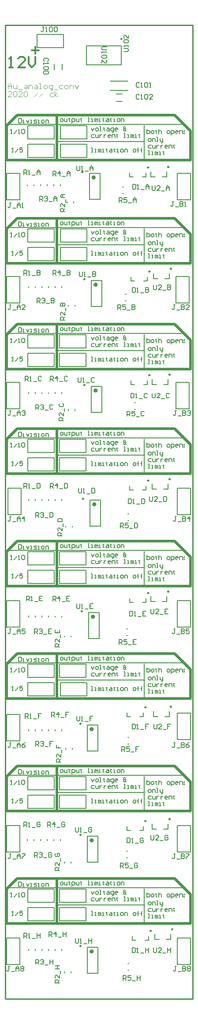
<source format=gto>
G04 Layer_Color=65535*
%FSLAX25Y25*%
%MOIN*%
G70*
G01*
G75*
%ADD22C,0.01000*%
%ADD23C,0.00800*%
%ADD31C,0.00984*%
%ADD32C,0.01575*%
%ADD33C,0.00787*%
%ADD34C,0.01968*%
%ADD35C,0.01181*%
%ADD36C,0.00394*%
%ADD37C,0.00591*%
D22*
X0Y-736221D02*
X141732D01*
Y0D01*
X0D02*
X141732D01*
X0Y-736221D02*
Y0D01*
D23*
X112000Y-697501D02*
Y-700417D01*
X112583Y-701000D01*
X113749D01*
X114333Y-700417D01*
Y-697501D01*
X117831Y-701000D02*
X115499D01*
X117831Y-698667D01*
Y-698084D01*
X117248Y-697501D01*
X116082D01*
X115499Y-698084D01*
X118998Y-701583D02*
X121330D01*
X122497Y-697501D02*
Y-701000D01*
Y-699251D01*
X124829D01*
Y-697501D01*
Y-701000D01*
X110000Y-612501D02*
Y-615417D01*
X110583Y-616000D01*
X111749D01*
X112333Y-615417D01*
Y-612501D01*
X115831Y-616000D02*
X113499D01*
X115831Y-613667D01*
Y-613084D01*
X115248Y-612501D01*
X114082D01*
X113499Y-613084D01*
X116998Y-616583D02*
X119330D01*
X122829Y-613084D02*
X122246Y-612501D01*
X121080D01*
X120497Y-613084D01*
Y-615417D01*
X121080Y-616000D01*
X122246D01*
X122829Y-615417D01*
Y-614251D01*
X121663D01*
X112260Y-528501D02*
Y-531417D01*
X112843Y-532000D01*
X114009D01*
X114592Y-531417D01*
Y-528501D01*
X118091Y-532000D02*
X115759D01*
X118091Y-529667D01*
Y-529084D01*
X117508Y-528501D01*
X116342D01*
X115759Y-529084D01*
X119258Y-532583D02*
X121590D01*
X125089Y-528501D02*
X122757D01*
Y-530251D01*
X123923D01*
X122757D01*
Y-532000D01*
X110000Y-441501D02*
Y-444417D01*
X110583Y-445000D01*
X111749D01*
X112333Y-444417D01*
Y-441501D01*
X115831Y-445000D02*
X113499D01*
X115831Y-442667D01*
Y-442084D01*
X115248Y-441501D01*
X114082D01*
X113499Y-442084D01*
X116998Y-445583D02*
X119330D01*
X122829Y-441501D02*
X120497D01*
Y-445000D01*
X122829D01*
X120497Y-443251D02*
X121663D01*
X53000Y-690501D02*
Y-693417D01*
X53583Y-694000D01*
X54749D01*
X55333Y-693417D01*
Y-690501D01*
X56499Y-694000D02*
X57665D01*
X57082D01*
Y-690501D01*
X56499Y-691084D01*
X59415Y-694583D02*
X61747D01*
X62914Y-690501D02*
Y-694000D01*
Y-692251D01*
X65246D01*
Y-690501D01*
Y-694000D01*
X53000Y-606501D02*
Y-609417D01*
X53583Y-610000D01*
X54749D01*
X55333Y-609417D01*
Y-606501D01*
X56499Y-610000D02*
X57665D01*
X57082D01*
Y-606501D01*
X56499Y-607084D01*
X59415Y-610583D02*
X61747D01*
X65246Y-607084D02*
X64663Y-606501D01*
X63497D01*
X62914Y-607084D01*
Y-609417D01*
X63497Y-610000D01*
X64663D01*
X65246Y-609417D01*
Y-608251D01*
X64080D01*
X54000Y-522501D02*
Y-525417D01*
X54583Y-526000D01*
X55749D01*
X56333Y-525417D01*
Y-522501D01*
X57499Y-526000D02*
X58665D01*
X58082D01*
Y-522501D01*
X57499Y-523084D01*
X60415Y-526583D02*
X62747D01*
X66246Y-522501D02*
X63914D01*
Y-524251D01*
X65080D01*
X63914D01*
Y-526000D01*
X54000Y-437501D02*
Y-440417D01*
X54583Y-441000D01*
X55749D01*
X56333Y-440417D01*
Y-437501D01*
X57499Y-441000D02*
X58665D01*
X58082D01*
Y-437501D01*
X57499Y-438084D01*
X60415Y-441583D02*
X62747D01*
X66246Y-437501D02*
X63914D01*
Y-441000D01*
X66246D01*
X63914Y-439251D02*
X65080D01*
X88937Y-722000D02*
Y-718501D01*
X90686D01*
X91270Y-719084D01*
Y-720251D01*
X90686Y-720834D01*
X88937D01*
X90103D02*
X91270Y-722000D01*
X94769Y-718501D02*
X92436D01*
Y-720251D01*
X93602Y-719667D01*
X94185D01*
X94769Y-720251D01*
Y-721417D01*
X94185Y-722000D01*
X93019D01*
X92436Y-721417D01*
X95935Y-722583D02*
X98267D01*
X99434Y-718501D02*
Y-722000D01*
Y-720251D01*
X101766D01*
Y-718501D01*
Y-722000D01*
X86937Y-637000D02*
Y-633501D01*
X88686D01*
X89270Y-634084D01*
Y-635251D01*
X88686Y-635834D01*
X86937D01*
X88103D02*
X89270Y-637000D01*
X92769Y-633501D02*
X90436D01*
Y-635251D01*
X91602Y-634667D01*
X92185D01*
X92769Y-635251D01*
Y-636417D01*
X92185Y-637000D01*
X91019D01*
X90436Y-636417D01*
X93935Y-637583D02*
X96267D01*
X99766Y-634084D02*
X99183Y-633501D01*
X98017D01*
X97434Y-634084D01*
Y-636417D01*
X98017Y-637000D01*
X99183D01*
X99766Y-636417D01*
Y-635251D01*
X98600D01*
X88000Y-549000D02*
Y-545501D01*
X89749D01*
X90333Y-546084D01*
Y-547251D01*
X89749Y-547834D01*
X88000D01*
X89166D02*
X90333Y-549000D01*
X93831Y-545501D02*
X91499D01*
Y-547251D01*
X92665Y-546667D01*
X93248D01*
X93831Y-547251D01*
Y-548417D01*
X93248Y-549000D01*
X92082D01*
X91499Y-548417D01*
X94998Y-549583D02*
X97330D01*
X100829Y-545501D02*
X98497D01*
Y-547251D01*
X99663D01*
X98497D01*
Y-549000D01*
X85937Y-468000D02*
Y-464501D01*
X87686D01*
X88270Y-465084D01*
Y-466251D01*
X87686Y-466834D01*
X85937D01*
X87103D02*
X88270Y-468000D01*
X91768Y-464501D02*
X89436D01*
Y-466251D01*
X90602Y-465667D01*
X91185D01*
X91768Y-466251D01*
Y-467417D01*
X91185Y-468000D01*
X90019D01*
X89436Y-467417D01*
X92935Y-468583D02*
X95267D01*
X98766Y-464501D02*
X96434D01*
Y-468000D01*
X98766D01*
X96434Y-466251D02*
X97600D01*
X33000Y-689000D02*
Y-685501D01*
X34749D01*
X35333Y-686084D01*
Y-687251D01*
X34749Y-687834D01*
X33000D01*
X34166D02*
X35333Y-689000D01*
X38248D02*
Y-685501D01*
X36499Y-687251D01*
X38831D01*
X39998Y-689583D02*
X42330D01*
X43497Y-685501D02*
Y-689000D01*
Y-687251D01*
X45829D01*
Y-685501D01*
Y-689000D01*
X32000Y-606000D02*
Y-602501D01*
X33749D01*
X34333Y-603084D01*
Y-604251D01*
X33749Y-604834D01*
X32000D01*
X33166D02*
X34333Y-606000D01*
X37248D02*
Y-602501D01*
X35499Y-604251D01*
X37832D01*
X38998Y-606583D02*
X41330D01*
X44829Y-603084D02*
X44246Y-602501D01*
X43080D01*
X42497Y-603084D01*
Y-605417D01*
X43080Y-606000D01*
X44246D01*
X44829Y-605417D01*
Y-604251D01*
X43663D01*
X35000Y-523000D02*
Y-519501D01*
X36749D01*
X37333Y-520084D01*
Y-521251D01*
X36749Y-521834D01*
X35000D01*
X36166D02*
X37333Y-523000D01*
X40248D02*
Y-519501D01*
X38499Y-521251D01*
X40832D01*
X41998Y-523583D02*
X44330D01*
X47829Y-519501D02*
X45497D01*
Y-521251D01*
X46663D01*
X45497D01*
Y-523000D01*
X35800Y-435363D02*
Y-431864D01*
X37549D01*
X38133Y-432447D01*
Y-433614D01*
X37549Y-434197D01*
X35800D01*
X36966D02*
X38133Y-435363D01*
X41048D02*
Y-431864D01*
X39299Y-433614D01*
X41631D01*
X42798Y-435946D02*
X45130D01*
X48629Y-431864D02*
X46297D01*
Y-435363D01*
X48629D01*
X46297Y-433614D02*
X47463D01*
X23000Y-709937D02*
Y-706438D01*
X24749D01*
X25333Y-707021D01*
Y-708188D01*
X24749Y-708771D01*
X23000D01*
X24166D02*
X25333Y-709937D01*
X26499Y-707021D02*
X27082Y-706438D01*
X28248D01*
X28831Y-707021D01*
Y-707604D01*
X28248Y-708188D01*
X27665D01*
X28248D01*
X28831Y-708771D01*
Y-709354D01*
X28248Y-709937D01*
X27082D01*
X26499Y-709354D01*
X29998Y-710520D02*
X32330D01*
X33497Y-706438D02*
Y-709937D01*
Y-708188D01*
X35829D01*
Y-706438D01*
Y-709937D01*
X22000Y-629063D02*
Y-625564D01*
X23749D01*
X24333Y-626147D01*
Y-627314D01*
X23749Y-627897D01*
X22000D01*
X23166D02*
X24333Y-629063D01*
X25499Y-626147D02*
X26082Y-625564D01*
X27248D01*
X27832Y-626147D01*
Y-626730D01*
X27248Y-627314D01*
X26665D01*
X27248D01*
X27832Y-627897D01*
Y-628480D01*
X27248Y-629063D01*
X26082D01*
X25499Y-628480D01*
X28998Y-629646D02*
X31330D01*
X34829Y-626147D02*
X34246Y-625564D01*
X33080D01*
X32497Y-626147D01*
Y-628480D01*
X33080Y-629063D01*
X34246D01*
X34829Y-628480D01*
Y-627314D01*
X33663D01*
X23000Y-545000D02*
Y-541501D01*
X24749D01*
X25333Y-542084D01*
Y-543251D01*
X24749Y-543834D01*
X23000D01*
X24166D02*
X25333Y-545000D01*
X26499Y-542084D02*
X27082Y-541501D01*
X28248D01*
X28831Y-542084D01*
Y-542667D01*
X28248Y-543251D01*
X27665D01*
X28248D01*
X28831Y-543834D01*
Y-544417D01*
X28248Y-545000D01*
X27082D01*
X26499Y-544417D01*
X29998Y-545583D02*
X32330D01*
X35829Y-541501D02*
X33497D01*
Y-543251D01*
X34663D01*
X33497D01*
Y-545000D01*
X22000Y-460000D02*
Y-456501D01*
X23749D01*
X24333Y-457084D01*
Y-458251D01*
X23749Y-458834D01*
X22000D01*
X23166D02*
X24333Y-460000D01*
X25499Y-457084D02*
X26082Y-456501D01*
X27248D01*
X27832Y-457084D01*
Y-457667D01*
X27248Y-458251D01*
X26665D01*
X27248D01*
X27832Y-458834D01*
Y-459417D01*
X27248Y-460000D01*
X26082D01*
X25499Y-459417D01*
X28998Y-460583D02*
X31330D01*
X34829Y-456501D02*
X32497D01*
Y-460000D01*
X34829D01*
X32497Y-458251D02*
X33663D01*
X41000Y-724000D02*
X37501D01*
Y-722251D01*
X38084Y-721667D01*
X39251D01*
X39834Y-722251D01*
Y-724000D01*
Y-722834D02*
X41000Y-721667D01*
Y-718168D02*
Y-720501D01*
X38667Y-718168D01*
X38084D01*
X37501Y-718752D01*
Y-719918D01*
X38084Y-720501D01*
X41583Y-717002D02*
Y-714670D01*
X37501Y-713503D02*
X41000D01*
X39251D01*
Y-711171D01*
X37501D01*
X41000D01*
Y-639000D02*
X37501D01*
Y-637251D01*
X38084Y-636667D01*
X39251D01*
X39834Y-637251D01*
Y-639000D01*
Y-637834D02*
X41000Y-636667D01*
Y-633169D02*
Y-635501D01*
X38667Y-633169D01*
X38084D01*
X37501Y-633752D01*
Y-634918D01*
X38084Y-635501D01*
X41583Y-632002D02*
Y-629670D01*
X38084Y-626171D02*
X37501Y-626754D01*
Y-627920D01*
X38084Y-628503D01*
X40417D01*
X41000Y-627920D01*
Y-626754D01*
X40417Y-626171D01*
X39251D01*
Y-627337D01*
X42000Y-557000D02*
X38501D01*
Y-555251D01*
X39084Y-554667D01*
X40251D01*
X40834Y-555251D01*
Y-557000D01*
Y-555834D02*
X42000Y-554667D01*
Y-551168D02*
Y-553501D01*
X39667Y-551168D01*
X39084D01*
X38501Y-551752D01*
Y-552918D01*
X39084Y-553501D01*
X42583Y-550002D02*
Y-547670D01*
X38501Y-544171D02*
Y-546503D01*
X40251D01*
Y-545337D01*
Y-546503D01*
X42000D01*
X41000Y-470063D02*
X37501D01*
Y-468314D01*
X38084Y-467730D01*
X39251D01*
X39834Y-468314D01*
Y-470063D01*
Y-468897D02*
X41000Y-467730D01*
Y-464231D02*
Y-466564D01*
X38667Y-464231D01*
X38084D01*
X37501Y-464815D01*
Y-465981D01*
X38084Y-466564D01*
X41583Y-463065D02*
Y-460733D01*
X37501Y-457234D02*
Y-459566D01*
X41000D01*
Y-457234D01*
X39251Y-459566D02*
Y-458400D01*
X14000Y-690000D02*
Y-686501D01*
X15749D01*
X16333Y-687084D01*
Y-688251D01*
X15749Y-688834D01*
X14000D01*
X15166D02*
X16333Y-690000D01*
X17499D02*
X18665D01*
X18082D01*
Y-686501D01*
X17499Y-687084D01*
X20415Y-690583D02*
X22747D01*
X23913Y-686501D02*
Y-690000D01*
Y-688251D01*
X26246D01*
Y-686501D01*
Y-690000D01*
X14000Y-606000D02*
Y-602501D01*
X15749D01*
X16333Y-603084D01*
Y-604251D01*
X15749Y-604834D01*
X14000D01*
X15166D02*
X16333Y-606000D01*
X17499D02*
X18665D01*
X18082D01*
Y-602501D01*
X17499Y-603084D01*
X20415Y-606583D02*
X22747D01*
X26246Y-603084D02*
X25663Y-602501D01*
X24497D01*
X23913Y-603084D01*
Y-605417D01*
X24497Y-606000D01*
X25663D01*
X26246Y-605417D01*
Y-604251D01*
X25080D01*
X15000Y-524000D02*
Y-520501D01*
X16749D01*
X17333Y-521084D01*
Y-522251D01*
X16749Y-522834D01*
X15000D01*
X16166D02*
X17333Y-524000D01*
X18499D02*
X19665D01*
X19082D01*
Y-520501D01*
X18499Y-521084D01*
X21415Y-524583D02*
X23747D01*
X27246Y-520501D02*
X24914D01*
Y-522251D01*
X26080D01*
X24914D01*
Y-524000D01*
X15800Y-435237D02*
Y-431738D01*
X17549D01*
X18133Y-432321D01*
Y-433488D01*
X17549Y-434071D01*
X15800D01*
X16966D02*
X18133Y-435237D01*
X19299D02*
X20465D01*
X19882D01*
Y-431738D01*
X19299Y-432321D01*
X22215Y-435820D02*
X24547D01*
X28046Y-431738D02*
X25714D01*
Y-435237D01*
X28046D01*
X25714Y-433488D02*
X26880D01*
X129333Y-711501D02*
X128166D01*
X128749D01*
Y-714417D01*
X128166Y-715000D01*
X127583D01*
X127000Y-714417D01*
X130499Y-715583D02*
X132831D01*
X133998Y-711501D02*
Y-715000D01*
X135747D01*
X136330Y-714417D01*
Y-713834D01*
X135747Y-713251D01*
X133998D01*
X135747D01*
X136330Y-712667D01*
Y-712084D01*
X135747Y-711501D01*
X133998D01*
X137497Y-712084D02*
X138080Y-711501D01*
X139246D01*
X139829Y-712084D01*
Y-712667D01*
X139246Y-713251D01*
X139829Y-713834D01*
Y-714417D01*
X139246Y-715000D01*
X138080D01*
X137497Y-714417D01*
Y-713834D01*
X138080Y-713251D01*
X137497Y-712667D01*
Y-712084D01*
X138080Y-713251D02*
X139246D01*
X128396Y-626501D02*
X127229D01*
X127812D01*
Y-629417D01*
X127229Y-630000D01*
X126646D01*
X126063Y-629417D01*
X129562Y-630583D02*
X131894D01*
X133061Y-626501D02*
Y-630000D01*
X134810D01*
X135393Y-629417D01*
Y-628834D01*
X134810Y-628251D01*
X133061D01*
X134810D01*
X135393Y-627667D01*
Y-627084D01*
X134810Y-626501D01*
X133061D01*
X136560D02*
X138892D01*
Y-627084D01*
X136560Y-629417D01*
Y-630000D01*
X128396Y-542501D02*
X127229D01*
X127812D01*
Y-545417D01*
X127229Y-546000D01*
X126646D01*
X126063Y-545417D01*
X129562Y-546583D02*
X131894D01*
X133061Y-542501D02*
Y-546000D01*
X134810D01*
X135393Y-545417D01*
Y-544834D01*
X134810Y-544251D01*
X133061D01*
X134810D01*
X135393Y-543667D01*
Y-543084D01*
X134810Y-542501D01*
X133061D01*
X138892D02*
X137726Y-543084D01*
X136560Y-544251D01*
Y-545417D01*
X137143Y-546000D01*
X138309D01*
X138892Y-545417D01*
Y-544834D01*
X138309Y-544251D01*
X136560D01*
X128396Y-456501D02*
X127229D01*
X127812D01*
Y-459417D01*
X127229Y-460000D01*
X126646D01*
X126063Y-459417D01*
X129562Y-460583D02*
X131894D01*
X133061Y-456501D02*
Y-460000D01*
X134810D01*
X135393Y-459417D01*
Y-458834D01*
X134810Y-458251D01*
X133061D01*
X134810D01*
X135393Y-457667D01*
Y-457084D01*
X134810Y-456501D01*
X133061D01*
X138892D02*
X136560D01*
Y-458251D01*
X137726Y-457667D01*
X138309D01*
X138892Y-458251D01*
Y-459417D01*
X138309Y-460000D01*
X137143D01*
X136560Y-459417D01*
X3333Y-711501D02*
X2166D01*
X2749D01*
Y-714417D01*
X2166Y-715000D01*
X1583D01*
X1000Y-714417D01*
X4499Y-715583D02*
X6831D01*
X7998Y-715000D02*
Y-712667D01*
X9164Y-711501D01*
X10330Y-712667D01*
Y-715000D01*
Y-713251D01*
X7998D01*
X11497Y-712084D02*
X12080Y-711501D01*
X13246D01*
X13829Y-712084D01*
Y-712667D01*
X13246Y-713251D01*
X13829Y-713834D01*
Y-714417D01*
X13246Y-715000D01*
X12080D01*
X11497Y-714417D01*
Y-713834D01*
X12080Y-713251D01*
X11497Y-712667D01*
Y-712084D01*
X12080Y-713251D02*
X13246D01*
X4333Y-626501D02*
X3166D01*
X3749D01*
Y-629417D01*
X3166Y-630000D01*
X2583D01*
X2000Y-629417D01*
X5499Y-630583D02*
X7831D01*
X8998Y-630000D02*
Y-627667D01*
X10164Y-626501D01*
X11330Y-627667D01*
Y-630000D01*
Y-628251D01*
X8998D01*
X12497Y-626501D02*
X14829D01*
Y-627084D01*
X12497Y-629417D01*
Y-630000D01*
X4333Y-542501D02*
X3166D01*
X3749D01*
Y-545417D01*
X3166Y-546000D01*
X2583D01*
X2000Y-545417D01*
X5499Y-546583D02*
X7831D01*
X8998Y-546000D02*
Y-543667D01*
X10164Y-542501D01*
X11330Y-543667D01*
Y-546000D01*
Y-544251D01*
X8998D01*
X14829Y-542501D02*
X13663Y-543084D01*
X12497Y-544251D01*
Y-545417D01*
X13080Y-546000D01*
X14246D01*
X14829Y-545417D01*
Y-544834D01*
X14246Y-544251D01*
X12497D01*
X4333Y-456501D02*
X3166D01*
X3749D01*
Y-459417D01*
X3166Y-460000D01*
X2583D01*
X2000Y-459417D01*
X5499Y-460583D02*
X7831D01*
X8998Y-460000D02*
Y-457667D01*
X10164Y-456501D01*
X11330Y-457667D01*
Y-460000D01*
Y-458251D01*
X8998D01*
X14829Y-456501D02*
X12497D01*
Y-458251D01*
X13663Y-457667D01*
X14246D01*
X14829Y-458251D01*
Y-459417D01*
X14246Y-460000D01*
X13080D01*
X12497Y-459417D01*
X95874Y-697501D02*
Y-701000D01*
X97623D01*
X98207Y-700417D01*
Y-698084D01*
X97623Y-697501D01*
X95874D01*
X99373Y-701000D02*
X100539D01*
X99956D01*
Y-697501D01*
X99373Y-698084D01*
X102289Y-701583D02*
X104621D01*
X105788Y-697501D02*
Y-701000D01*
Y-699251D01*
X108120D01*
Y-697501D01*
Y-701000D01*
X92000Y-614501D02*
Y-618000D01*
X93749D01*
X94333Y-617417D01*
Y-615084D01*
X93749Y-614501D01*
X92000D01*
X95499Y-618000D02*
X96665D01*
X96082D01*
Y-614501D01*
X95499Y-615084D01*
X98415Y-618583D02*
X100747D01*
X104246Y-615084D02*
X103663Y-614501D01*
X102497D01*
X101913Y-615084D01*
Y-617417D01*
X102497Y-618000D01*
X103663D01*
X104246Y-617417D01*
Y-616251D01*
X103080D01*
X95874Y-528501D02*
Y-532000D01*
X97623D01*
X98207Y-531417D01*
Y-529084D01*
X97623Y-528501D01*
X95874D01*
X99373Y-532000D02*
X100539D01*
X99956D01*
Y-528501D01*
X99373Y-529084D01*
X102289Y-532583D02*
X104621D01*
X108120Y-528501D02*
X105788D01*
Y-530251D01*
X106954D01*
X105788D01*
Y-532000D01*
X94000Y-443170D02*
Y-446669D01*
X95749D01*
X96333Y-446086D01*
Y-443754D01*
X95749Y-443170D01*
X94000D01*
X97499Y-446669D02*
X98665D01*
X98082D01*
Y-443170D01*
X97499Y-443754D01*
X100415Y-447252D02*
X102747D01*
X106246Y-443170D02*
X103913D01*
Y-446669D01*
X106246D01*
X103913Y-444920D02*
X105080D01*
X101333Y-44084D02*
X100749Y-43501D01*
X99583D01*
X99000Y-44084D01*
Y-46417D01*
X99583Y-47000D01*
X100749D01*
X101333Y-46417D01*
X102499Y-47000D02*
X103665D01*
X103082D01*
Y-43501D01*
X102499Y-44084D01*
X105415D02*
X105998Y-43501D01*
X107164D01*
X107747Y-44084D01*
Y-46417D01*
X107164Y-47000D01*
X105998D01*
X105415Y-46417D01*
Y-44084D01*
X108914Y-47000D02*
X110080D01*
X109497D01*
Y-43501D01*
X108914Y-44084D01*
X96260Y-120501D02*
Y-124000D01*
X98009D01*
X98592Y-123417D01*
Y-121084D01*
X98009Y-120501D01*
X96260D01*
X99759Y-124000D02*
X100925D01*
X100342D01*
Y-120501D01*
X99759Y-121084D01*
X102674Y-124583D02*
X105007D01*
X106173Y-124000D02*
Y-121667D01*
X107340Y-120501D01*
X108506Y-121667D01*
Y-124000D01*
Y-122251D01*
X106173D01*
X29333Y-1501D02*
X28166D01*
X28749D01*
Y-4417D01*
X28166Y-5000D01*
X27583D01*
X27000Y-4417D01*
X30499Y-5000D02*
X31665D01*
X31082D01*
Y-1501D01*
X30499Y-2084D01*
X33415D02*
X33998Y-1501D01*
X35164D01*
X35747Y-2084D01*
Y-4417D01*
X35164Y-5000D01*
X33998D01*
X33415Y-4417D01*
Y-2084D01*
X36913D02*
X37497Y-1501D01*
X38663D01*
X39246Y-2084D01*
Y-4417D01*
X38663Y-5000D01*
X37497D01*
X36913Y-4417D01*
Y-2084D01*
X4333Y-134501D02*
X3166D01*
X3749D01*
Y-137417D01*
X3166Y-138000D01*
X2583D01*
X2000Y-137417D01*
X5499Y-138583D02*
X7831D01*
X8998Y-138000D02*
Y-135667D01*
X10164Y-134501D01*
X11330Y-135667D01*
Y-138000D01*
Y-136251D01*
X8998D01*
X12497Y-138000D02*
X13663D01*
X13080D01*
Y-134501D01*
X12497Y-135084D01*
X14000Y-113000D02*
Y-109501D01*
X15749D01*
X16333Y-110084D01*
Y-111251D01*
X15749Y-111834D01*
X14000D01*
X15166D02*
X16333Y-113000D01*
X17499D02*
X18665D01*
X18082D01*
Y-109501D01*
X17499Y-110084D01*
X20415Y-113583D02*
X22747D01*
X23913Y-113000D02*
Y-110667D01*
X25080Y-109501D01*
X26246Y-110667D01*
Y-113000D01*
Y-111251D01*
X23913D01*
X54000Y-106501D02*
Y-109417D01*
X54583Y-110000D01*
X55749D01*
X56333Y-109417D01*
Y-106501D01*
X57499Y-110000D02*
X58665D01*
X58082D01*
Y-106501D01*
X57499Y-107084D01*
X60415Y-110583D02*
X62747D01*
X63914Y-110000D02*
Y-107667D01*
X65080Y-106501D01*
X66246Y-107667D01*
Y-110000D01*
Y-108251D01*
X63914D01*
X89501Y-20000D02*
X92417D01*
X93000Y-19417D01*
Y-18251D01*
X92417Y-17667D01*
X89501D01*
X93000Y-16501D02*
Y-15335D01*
Y-15918D01*
X89501D01*
X90084Y-16501D01*
Y-13585D02*
X89501Y-13002D01*
Y-11836D01*
X90084Y-11253D01*
X92417D01*
X93000Y-11836D01*
Y-13002D01*
X92417Y-13585D01*
X90084D01*
X93000Y-7754D02*
Y-10086D01*
X90667Y-7754D01*
X90084D01*
X89501Y-8337D01*
Y-9503D01*
X90084Y-10086D01*
X45000Y-141000D02*
X41501D01*
Y-139251D01*
X42084Y-138667D01*
X43251D01*
X43834Y-139251D01*
Y-141000D01*
Y-139834D02*
X45000Y-138667D01*
Y-135169D02*
Y-137501D01*
X42667Y-135169D01*
X42084D01*
X41501Y-135752D01*
Y-136918D01*
X42084Y-137501D01*
X45583Y-134002D02*
Y-131670D01*
X45000Y-130503D02*
X42667D01*
X41501Y-129337D01*
X42667Y-128171D01*
X45000D01*
X43251D01*
Y-130503D01*
X26000Y-133000D02*
Y-129501D01*
X27749D01*
X28333Y-130084D01*
Y-131251D01*
X27749Y-131834D01*
X26000D01*
X27166D02*
X28333Y-133000D01*
X29499Y-130084D02*
X30082Y-129501D01*
X31248D01*
X31831Y-130084D01*
Y-130667D01*
X31248Y-131251D01*
X30665D01*
X31248D01*
X31831Y-131834D01*
Y-132417D01*
X31248Y-133000D01*
X30082D01*
X29499Y-132417D01*
X32998Y-133583D02*
X35330D01*
X36497Y-133000D02*
Y-130667D01*
X37663Y-129501D01*
X38829Y-130667D01*
Y-133000D01*
Y-131251D01*
X36497D01*
X36000Y-114000D02*
Y-110501D01*
X37749D01*
X38333Y-111084D01*
Y-112251D01*
X37749Y-112834D01*
X36000D01*
X37166D02*
X38333Y-114000D01*
X41248D02*
Y-110501D01*
X39499Y-112251D01*
X41831D01*
X42998Y-114583D02*
X45330D01*
X46497Y-114000D02*
Y-111667D01*
X47663Y-110501D01*
X48829Y-111667D01*
Y-114000D01*
Y-112251D01*
X46497D01*
X86000Y-134000D02*
Y-130501D01*
X87749D01*
X88333Y-131084D01*
Y-132251D01*
X87749Y-132834D01*
X86000D01*
X87166D02*
X88333Y-134000D01*
X91831Y-130501D02*
X89499D01*
Y-132251D01*
X90665Y-131667D01*
X91248D01*
X91831Y-132251D01*
Y-133417D01*
X91248Y-134000D01*
X90082D01*
X89499Y-133417D01*
X92998Y-134583D02*
X95330D01*
X96497Y-134000D02*
Y-131667D01*
X97663Y-130501D01*
X98829Y-131667D01*
Y-134000D01*
Y-132251D01*
X96497D01*
X111000Y-121501D02*
Y-124417D01*
X111583Y-125000D01*
X112749D01*
X113333Y-124417D01*
Y-121501D01*
X116831Y-125000D02*
X114499D01*
X116831Y-122667D01*
Y-122084D01*
X116248Y-121501D01*
X115082D01*
X114499Y-122084D01*
X117998Y-125583D02*
X120330D01*
X121497Y-125000D02*
Y-122667D01*
X122663Y-121501D01*
X123829Y-122667D01*
Y-125000D01*
Y-123251D01*
X121497D01*
X127333Y-133501D02*
X126166D01*
X126749D01*
Y-136417D01*
X126166Y-137000D01*
X125583D01*
X125000Y-136417D01*
X128499Y-137583D02*
X130831D01*
X131998Y-133501D02*
Y-137000D01*
X133747D01*
X134330Y-136417D01*
Y-135834D01*
X133747Y-135251D01*
X131998D01*
X133747D01*
X134330Y-134667D01*
Y-134084D01*
X133747Y-133501D01*
X131998D01*
X135497Y-137000D02*
X136663D01*
X136080D01*
Y-133501D01*
X135497Y-134084D01*
X101333Y-53084D02*
X100749Y-52501D01*
X99583D01*
X99000Y-53084D01*
Y-55417D01*
X99583Y-56000D01*
X100749D01*
X101333Y-55417D01*
X102499Y-56000D02*
X103665D01*
X103082D01*
Y-52501D01*
X102499Y-53084D01*
X105415D02*
X105998Y-52501D01*
X107164D01*
X107747Y-53084D01*
Y-55417D01*
X107164Y-56000D01*
X105998D01*
X105415Y-55417D01*
Y-53084D01*
X111246Y-56000D02*
X108914D01*
X111246Y-53667D01*
Y-53084D01*
X110663Y-52501D01*
X109497D01*
X108914Y-53084D01*
X31916Y-27333D02*
X32499Y-26749D01*
Y-25583D01*
X31916Y-25000D01*
X29583D01*
X29000Y-25583D01*
Y-26749D01*
X29583Y-27333D01*
X29000Y-28499D02*
Y-29665D01*
Y-29082D01*
X32499D01*
X31916Y-28499D01*
Y-31415D02*
X32499Y-31998D01*
Y-33164D01*
X31916Y-33747D01*
X29583D01*
X29000Y-33164D01*
Y-31998D01*
X29583Y-31415D01*
X31916D01*
Y-34914D02*
X32499Y-35497D01*
Y-36663D01*
X31916Y-37246D01*
X29583D01*
X29000Y-36663D01*
Y-35497D01*
X29583Y-34914D01*
X31916D01*
X96000Y-198501D02*
Y-202000D01*
X97749D01*
X98333Y-201417D01*
Y-199084D01*
X97749Y-198501D01*
X96000D01*
X99499Y-202000D02*
X100665D01*
X100082D01*
Y-198501D01*
X99499Y-199084D01*
X102415Y-202583D02*
X104747D01*
X105913Y-198501D02*
Y-202000D01*
X107663D01*
X108246Y-201417D01*
Y-200834D01*
X107663Y-200251D01*
X105913D01*
X107663D01*
X108246Y-199667D01*
Y-199084D01*
X107663Y-198501D01*
X105913D01*
X95000Y-278438D02*
Y-281937D01*
X96749D01*
X97333Y-281354D01*
Y-279021D01*
X96749Y-278438D01*
X95000D01*
X98499Y-281937D02*
X99665D01*
X99082D01*
Y-278438D01*
X98499Y-279021D01*
X101415Y-282520D02*
X103747D01*
X107246Y-279021D02*
X106663Y-278438D01*
X105497D01*
X104913Y-279021D01*
Y-281354D01*
X105497Y-281937D01*
X106663D01*
X107246Y-281354D01*
X93000Y-358170D02*
Y-361669D01*
X94749D01*
X95333Y-361086D01*
Y-358754D01*
X94749Y-358170D01*
X93000D01*
X96499Y-361669D02*
X97665D01*
X97082D01*
Y-358170D01*
X96499Y-358754D01*
X99415Y-362252D02*
X101747D01*
X102913Y-358170D02*
Y-361669D01*
X104663D01*
X105246Y-361086D01*
Y-358754D01*
X104663Y-358170D01*
X102913D01*
X4333Y-211501D02*
X3166D01*
X3749D01*
Y-214417D01*
X3166Y-215000D01*
X2583D01*
X2000Y-214417D01*
X5499Y-215583D02*
X7831D01*
X8998Y-215000D02*
Y-212667D01*
X10164Y-211501D01*
X11330Y-212667D01*
Y-215000D01*
Y-213251D01*
X8998D01*
X14829Y-215000D02*
X12497D01*
X14829Y-212667D01*
Y-212084D01*
X14246Y-211501D01*
X13080D01*
X12497Y-212084D01*
X4333Y-291501D02*
X3166D01*
X3749D01*
Y-294417D01*
X3166Y-295000D01*
X2583D01*
X2000Y-294417D01*
X5499Y-295583D02*
X7831D01*
X8998Y-295000D02*
Y-292667D01*
X10164Y-291501D01*
X11330Y-292667D01*
Y-295000D01*
Y-293251D01*
X8998D01*
X12497Y-292084D02*
X13080Y-291501D01*
X14246D01*
X14829Y-292084D01*
Y-292667D01*
X14246Y-293251D01*
X13663D01*
X14246D01*
X14829Y-293834D01*
Y-294417D01*
X14246Y-295000D01*
X13080D01*
X12497Y-294417D01*
X4333Y-371501D02*
X3166D01*
X3749D01*
Y-374417D01*
X3166Y-375000D01*
X2583D01*
X2000Y-374417D01*
X5499Y-375583D02*
X7831D01*
X8998Y-375000D02*
Y-372667D01*
X10164Y-371501D01*
X11330Y-372667D01*
Y-375000D01*
Y-373251D01*
X8998D01*
X14246Y-375000D02*
Y-371501D01*
X12497Y-373251D01*
X14829D01*
X128333Y-211501D02*
X127166D01*
X127749D01*
Y-214417D01*
X127166Y-215000D01*
X126583D01*
X126000Y-214417D01*
X129499Y-215583D02*
X131831D01*
X132998Y-211501D02*
Y-215000D01*
X134747D01*
X135330Y-214417D01*
Y-213834D01*
X134747Y-213251D01*
X132998D01*
X134747D01*
X135330Y-212667D01*
Y-212084D01*
X134747Y-211501D01*
X132998D01*
X138829Y-215000D02*
X136497D01*
X138829Y-212667D01*
Y-212084D01*
X138246Y-211501D01*
X137080D01*
X136497Y-212084D01*
X129333Y-291501D02*
X128166D01*
X128749D01*
Y-294417D01*
X128166Y-295000D01*
X127583D01*
X127000Y-294417D01*
X130499Y-295583D02*
X132831D01*
X133998Y-291501D02*
Y-295000D01*
X135747D01*
X136330Y-294417D01*
Y-293834D01*
X135747Y-293251D01*
X133998D01*
X135747D01*
X136330Y-292667D01*
Y-292084D01*
X135747Y-291501D01*
X133998D01*
X137497Y-292084D02*
X138080Y-291501D01*
X139246D01*
X139829Y-292084D01*
Y-292667D01*
X139246Y-293251D01*
X138663D01*
X139246D01*
X139829Y-293834D01*
Y-294417D01*
X139246Y-295000D01*
X138080D01*
X137497Y-294417D01*
X129333Y-371501D02*
X128166D01*
X128749D01*
Y-374417D01*
X128166Y-375000D01*
X127583D01*
X127000Y-374417D01*
X130499Y-375583D02*
X132831D01*
X133998Y-371501D02*
Y-375000D01*
X135747D01*
X136330Y-374417D01*
Y-373834D01*
X135747Y-373251D01*
X133998D01*
X135747D01*
X136330Y-372667D01*
Y-372084D01*
X135747Y-371501D01*
X133998D01*
X139246Y-375000D02*
Y-371501D01*
X137497Y-373251D01*
X139829D01*
X14000Y-189063D02*
Y-185564D01*
X15749D01*
X16333Y-186147D01*
Y-187314D01*
X15749Y-187897D01*
X14000D01*
X15166D02*
X16333Y-189063D01*
X17499D02*
X18665D01*
X18082D01*
Y-185564D01*
X17499Y-186147D01*
X20415Y-189646D02*
X22747D01*
X23913Y-185564D02*
Y-189063D01*
X25663D01*
X26246Y-188480D01*
Y-187897D01*
X25663Y-187314D01*
X23913D01*
X25663D01*
X26246Y-186730D01*
Y-186147D01*
X25663Y-185564D01*
X23913D01*
X15000Y-269000D02*
Y-265501D01*
X16749D01*
X17333Y-266084D01*
Y-267251D01*
X16749Y-267834D01*
X15000D01*
X16166D02*
X17333Y-269000D01*
X18499D02*
X19665D01*
X19082D01*
Y-265501D01*
X18499Y-266084D01*
X21415Y-269583D02*
X23747D01*
X27246Y-266084D02*
X26663Y-265501D01*
X25497D01*
X24914Y-266084D01*
Y-268417D01*
X25497Y-269000D01*
X26663D01*
X27246Y-268417D01*
X14000Y-350000D02*
Y-346501D01*
X15749D01*
X16333Y-347084D01*
Y-348251D01*
X15749Y-348834D01*
X14000D01*
X15166D02*
X16333Y-350000D01*
X17499D02*
X18665D01*
X18082D01*
Y-346501D01*
X17499Y-347084D01*
X20415Y-350583D02*
X22747D01*
X23913Y-346501D02*
Y-350000D01*
X25663D01*
X26246Y-349417D01*
Y-347084D01*
X25663Y-346501D01*
X23913D01*
X45000Y-223000D02*
X41501D01*
Y-221251D01*
X42084Y-220667D01*
X43251D01*
X43834Y-221251D01*
Y-223000D01*
Y-221834D02*
X45000Y-220667D01*
Y-217169D02*
Y-219501D01*
X42667Y-217169D01*
X42084D01*
X41501Y-217752D01*
Y-218918D01*
X42084Y-219501D01*
X45583Y-216002D02*
Y-213670D01*
X41501Y-212503D02*
X45000D01*
Y-210754D01*
X44417Y-210171D01*
X43834D01*
X43251Y-210754D01*
Y-212503D01*
Y-210754D01*
X42667Y-210171D01*
X42084D01*
X41501Y-210754D01*
Y-212503D01*
X44000Y-299000D02*
X40501D01*
Y-297251D01*
X41084Y-296667D01*
X42251D01*
X42834Y-297251D01*
Y-299000D01*
Y-297834D02*
X44000Y-296667D01*
Y-293169D02*
Y-295501D01*
X41667Y-293169D01*
X41084D01*
X40501Y-293752D01*
Y-294918D01*
X41084Y-295501D01*
X44583Y-292002D02*
Y-289670D01*
X41084Y-286171D02*
X40501Y-286754D01*
Y-287920D01*
X41084Y-288503D01*
X43417D01*
X44000Y-287920D01*
Y-286754D01*
X43417Y-286171D01*
X43000Y-386063D02*
X39501D01*
Y-384314D01*
X40084Y-383730D01*
X41251D01*
X41834Y-384314D01*
Y-386063D01*
Y-384897D02*
X43000Y-383730D01*
Y-380231D02*
Y-382564D01*
X40667Y-380231D01*
X40084D01*
X39501Y-380815D01*
Y-381981D01*
X40084Y-382564D01*
X43583Y-379065D02*
Y-376733D01*
X39501Y-375566D02*
X43000D01*
Y-373817D01*
X42417Y-373234D01*
X40084D01*
X39501Y-373817D01*
Y-375566D01*
X24000Y-210000D02*
Y-206501D01*
X25749D01*
X26333Y-207084D01*
Y-208251D01*
X25749Y-208834D01*
X24000D01*
X25166D02*
X26333Y-210000D01*
X27499Y-207084D02*
X28082Y-206501D01*
X29248D01*
X29831Y-207084D01*
Y-207667D01*
X29248Y-208251D01*
X28665D01*
X29248D01*
X29831Y-208834D01*
Y-209417D01*
X29248Y-210000D01*
X28082D01*
X27499Y-209417D01*
X30998Y-210583D02*
X33330D01*
X34497Y-206501D02*
Y-210000D01*
X36246D01*
X36829Y-209417D01*
Y-208834D01*
X36246Y-208251D01*
X34497D01*
X36246D01*
X36829Y-207667D01*
Y-207084D01*
X36246Y-206501D01*
X34497D01*
X23000Y-290500D02*
Y-287001D01*
X24749D01*
X25333Y-287584D01*
Y-288751D01*
X24749Y-289334D01*
X23000D01*
X24166D02*
X25333Y-290500D01*
X26499Y-287584D02*
X27082Y-287001D01*
X28248D01*
X28831Y-287584D01*
Y-288167D01*
X28248Y-288751D01*
X27665D01*
X28248D01*
X28831Y-289334D01*
Y-289917D01*
X28248Y-290500D01*
X27082D01*
X26499Y-289917D01*
X29998Y-291083D02*
X32330D01*
X35829Y-287584D02*
X35246Y-287001D01*
X34080D01*
X33497Y-287584D01*
Y-289917D01*
X34080Y-290500D01*
X35246D01*
X35829Y-289917D01*
X23000Y-372000D02*
Y-368501D01*
X24749D01*
X25333Y-369084D01*
Y-370251D01*
X24749Y-370834D01*
X23000D01*
X24166D02*
X25333Y-372000D01*
X26499Y-369084D02*
X27082Y-368501D01*
X28248D01*
X28831Y-369084D01*
Y-369667D01*
X28248Y-370251D01*
X27665D01*
X28248D01*
X28831Y-370834D01*
Y-371417D01*
X28248Y-372000D01*
X27082D01*
X26499Y-371417D01*
X29998Y-372583D02*
X32330D01*
X33497Y-368501D02*
Y-372000D01*
X35246D01*
X35829Y-371417D01*
Y-369084D01*
X35246Y-368501D01*
X33497D01*
X36000Y-189000D02*
Y-185501D01*
X37749D01*
X38333Y-186084D01*
Y-187251D01*
X37749Y-187834D01*
X36000D01*
X37166D02*
X38333Y-189000D01*
X41248D02*
Y-185501D01*
X39499Y-187251D01*
X41831D01*
X42998Y-189583D02*
X45330D01*
X46497Y-185501D02*
Y-189000D01*
X48246D01*
X48829Y-188417D01*
Y-187834D01*
X48246Y-187251D01*
X46497D01*
X48246D01*
X48829Y-186667D01*
Y-186084D01*
X48246Y-185501D01*
X46497D01*
X34000Y-269000D02*
Y-265501D01*
X35749D01*
X36333Y-266084D01*
Y-267251D01*
X35749Y-267834D01*
X34000D01*
X35166D02*
X36333Y-269000D01*
X39248D02*
Y-265501D01*
X37499Y-267251D01*
X39832D01*
X40998Y-269583D02*
X43330D01*
X46829Y-266084D02*
X46246Y-265501D01*
X45080D01*
X44497Y-266084D01*
Y-268417D01*
X45080Y-269000D01*
X46246D01*
X46829Y-268417D01*
X34000Y-350000D02*
Y-346501D01*
X35749D01*
X36333Y-347084D01*
Y-348251D01*
X35749Y-348834D01*
X34000D01*
X35166D02*
X36333Y-350000D01*
X39248D02*
Y-346501D01*
X37499Y-348251D01*
X39832D01*
X40998Y-350583D02*
X43330D01*
X44497Y-346501D02*
Y-350000D01*
X46246D01*
X46829Y-349417D01*
Y-347084D01*
X46246Y-346501D01*
X44497D01*
X85000Y-215000D02*
Y-211501D01*
X86749D01*
X87333Y-212084D01*
Y-213251D01*
X86749Y-213834D01*
X85000D01*
X86166D02*
X87333Y-215000D01*
X90831Y-211501D02*
X88499D01*
Y-213251D01*
X89665Y-212667D01*
X90248D01*
X90831Y-213251D01*
Y-214417D01*
X90248Y-215000D01*
X89082D01*
X88499Y-214417D01*
X91998Y-215583D02*
X94330D01*
X95497Y-211501D02*
Y-215000D01*
X97246D01*
X97829Y-214417D01*
Y-213834D01*
X97246Y-213251D01*
X95497D01*
X97246D01*
X97829Y-212667D01*
Y-212084D01*
X97246Y-211501D01*
X95497D01*
X92000Y-295500D02*
Y-292001D01*
X93749D01*
X94333Y-292584D01*
Y-293751D01*
X93749Y-294334D01*
X92000D01*
X93166D02*
X94333Y-295500D01*
X97831Y-292001D02*
X95499D01*
Y-293751D01*
X96665Y-293167D01*
X97248D01*
X97831Y-293751D01*
Y-294917D01*
X97248Y-295500D01*
X96082D01*
X95499Y-294917D01*
X98998Y-296083D02*
X101330D01*
X104829Y-292584D02*
X104246Y-292001D01*
X103080D01*
X102497Y-292584D01*
Y-294917D01*
X103080Y-295500D01*
X104246D01*
X104829Y-294917D01*
X86937Y-380000D02*
Y-376501D01*
X88686D01*
X89270Y-377084D01*
Y-378251D01*
X88686Y-378834D01*
X86937D01*
X88103D02*
X89270Y-380000D01*
X92769Y-376501D02*
X90436D01*
Y-378251D01*
X91602Y-377667D01*
X92185D01*
X92769Y-378251D01*
Y-379417D01*
X92185Y-380000D01*
X91019D01*
X90436Y-379417D01*
X93935Y-380583D02*
X96267D01*
X97434Y-376501D02*
Y-380000D01*
X99183D01*
X99766Y-379417D01*
Y-377084D01*
X99183Y-376501D01*
X97434D01*
X56000Y-186501D02*
Y-189417D01*
X56583Y-190000D01*
X57749D01*
X58333Y-189417D01*
Y-186501D01*
X59499Y-190000D02*
X60665D01*
X60082D01*
Y-186501D01*
X59499Y-187084D01*
X62415Y-190583D02*
X64747D01*
X65913Y-186501D02*
Y-190000D01*
X67663D01*
X68246Y-189417D01*
Y-188834D01*
X67663Y-188251D01*
X65913D01*
X67663D01*
X68246Y-187667D01*
Y-187084D01*
X67663Y-186501D01*
X65913D01*
X55000Y-266501D02*
Y-269417D01*
X55583Y-270000D01*
X56749D01*
X57333Y-269417D01*
Y-266501D01*
X58499Y-270000D02*
X59665D01*
X59082D01*
Y-266501D01*
X58499Y-267084D01*
X61415Y-270583D02*
X63747D01*
X67246Y-267084D02*
X66663Y-266501D01*
X65497D01*
X64913Y-267084D01*
Y-269417D01*
X65497Y-270000D01*
X66663D01*
X67246Y-269417D01*
X55305Y-350251D02*
Y-353167D01*
X55888Y-353750D01*
X57055D01*
X57638Y-353167D01*
Y-350251D01*
X58804Y-353750D02*
X59970D01*
X59387D01*
Y-350251D01*
X58804Y-350834D01*
X61720Y-354333D02*
X64052D01*
X65219Y-350251D02*
Y-353750D01*
X66968D01*
X67551Y-353167D01*
Y-350834D01*
X66968Y-350251D01*
X65219D01*
X112000Y-196501D02*
Y-199417D01*
X112583Y-200000D01*
X113749D01*
X114333Y-199417D01*
Y-196501D01*
X117831Y-200000D02*
X115499D01*
X117831Y-197667D01*
Y-197084D01*
X117248Y-196501D01*
X116082D01*
X115499Y-197084D01*
X118998Y-200583D02*
X121330D01*
X122497Y-196501D02*
Y-200000D01*
X124246D01*
X124829Y-199417D01*
Y-198834D01*
X124246Y-198251D01*
X122497D01*
X124246D01*
X124829Y-197667D01*
Y-197084D01*
X124246Y-196501D01*
X122497D01*
X111000Y-278438D02*
Y-281354D01*
X111583Y-281937D01*
X112749D01*
X113333Y-281354D01*
Y-278438D01*
X116831Y-281937D02*
X114499D01*
X116831Y-279604D01*
Y-279021D01*
X116248Y-278438D01*
X115082D01*
X114499Y-279021D01*
X117998Y-282520D02*
X120330D01*
X123829Y-279021D02*
X123246Y-278438D01*
X122080D01*
X121497Y-279021D01*
Y-281354D01*
X122080Y-281937D01*
X123246D01*
X123829Y-281354D01*
X109000Y-356501D02*
Y-359417D01*
X109583Y-360000D01*
X110749D01*
X111333Y-359417D01*
Y-356501D01*
X114831Y-360000D02*
X112499D01*
X114831Y-357667D01*
Y-357084D01*
X114248Y-356501D01*
X113082D01*
X112499Y-357084D01*
X115998Y-360583D02*
X118330D01*
X119497Y-356501D02*
Y-360000D01*
X121246D01*
X121829Y-359417D01*
Y-357084D01*
X121246Y-356501D01*
X119497D01*
X76499Y-16500D02*
X73583D01*
X73000Y-17083D01*
Y-18249D01*
X73583Y-18833D01*
X76499D01*
X73000Y-19999D02*
Y-21165D01*
Y-20582D01*
X76499D01*
X75916Y-19999D01*
Y-22915D02*
X76499Y-23498D01*
Y-24664D01*
X75916Y-25247D01*
X73583D01*
X73000Y-24664D01*
Y-23498D01*
X73583Y-22915D01*
X75916D01*
X73000Y-28746D02*
Y-26414D01*
X75333Y-28746D01*
X75916D01*
X76499Y-28163D01*
Y-26997D01*
X75916Y-26414D01*
D31*
X126579Y-683551D02*
G03*
X126579Y-683551I-492J0D01*
G01*
X110366Y-684669D02*
G03*
X110366Y-684669I-492J0D01*
G01*
X57240Y-696153D02*
G03*
X57240Y-696153I-492J0D01*
G01*
X124579Y-600276D02*
G03*
X124579Y-600276I-492J0D01*
G01*
X106366Y-601669D02*
G03*
X106366Y-601669I-492J0D01*
G01*
X57240Y-612153D02*
G03*
X57240Y-612153I-492J0D01*
G01*
X125579Y-515276D02*
G03*
X125579Y-515276I-492J0D01*
G01*
X106366Y-515669D02*
G03*
X106366Y-515669I-492J0D01*
G01*
X57240Y-528154D02*
G03*
X57240Y-528154I-492J0D01*
G01*
X58240Y-443153D02*
G03*
X58240Y-443153I-492J0D01*
G01*
X108366Y-429339D02*
G03*
X108366Y-429339I-492J0D01*
G01*
X123579Y-428276D02*
G03*
X123579Y-428276I-492J0D01*
G01*
X108366Y-344339D02*
G03*
X108366Y-344339I-492J0D01*
G01*
X124579Y-343276D02*
G03*
X124579Y-343276I-492J0D01*
G01*
X109366Y-264669D02*
G03*
X109366Y-264669I-492J0D01*
G01*
X60240Y-272153D02*
G03*
X60240Y-272153I-492J0D01*
G01*
X109366Y-186339D02*
G03*
X109366Y-186339I-492J0D01*
G01*
X125579Y-184276D02*
G03*
X125579Y-184276I-492J0D01*
G01*
X60240Y-192154D02*
G03*
X60240Y-192154I-492J0D01*
G01*
X124579Y-264276D02*
G03*
X124579Y-264276I-492J0D01*
G01*
X108366Y-107669D02*
G03*
X108366Y-107669I-492J0D01*
G01*
X58740Y-111153D02*
G03*
X58740Y-111153I-492J0D01*
G01*
X88181Y-10500D02*
G03*
X88181Y-10500I-492J0D01*
G01*
X123579Y-107276D02*
G03*
X123579Y-107276I-492J0D01*
G01*
X59240Y-358154D02*
G03*
X59240Y-358154I-492J0D01*
G01*
D32*
X66000Y-700307D02*
G03*
X66000Y-700307I-787J0D01*
G01*
Y-616307D02*
G03*
X66000Y-616307I-787J0D01*
G01*
Y-532307D02*
G03*
X66000Y-532307I-787J0D01*
G01*
X67000Y-447307D02*
G03*
X67000Y-447307I-787J0D01*
G01*
X69000Y-276307D02*
G03*
X69000Y-276307I-787J0D01*
G01*
Y-196307D02*
G03*
X69000Y-196307I-787J0D01*
G01*
X67500Y-115307D02*
G03*
X67500Y-115307I-787J0D01*
G01*
X68000Y-362307D02*
G03*
X68000Y-362307I-787J0D01*
G01*
D33*
X124906Y-691032D02*
Y-687094D01*
X121756Y-691032D02*
X124906D01*
X113094D02*
Y-687094D01*
Y-691032D02*
X116244D01*
X108102Y-691953D02*
Y-688949D01*
X105543Y-691953D02*
X108102D01*
X95898D02*
Y-688949D01*
Y-691953D02*
X98457D01*
X92543Y-714461D02*
X93331D01*
X92543Y-709539D02*
X93331D01*
X17539Y-699394D02*
Y-698606D01*
X22461Y-699394D02*
Y-698606D01*
X27539Y-699394D02*
Y-698606D01*
X32461Y-699394D02*
Y-698606D01*
X37539Y-699394D02*
Y-698606D01*
X42461Y-699394D02*
Y-698606D01*
X44539Y-716394D02*
Y-715606D01*
X49461Y-716394D02*
Y-715606D01*
X62063Y-716843D02*
X69937D01*
X62063Y-697157D02*
X69937D01*
Y-716843D02*
Y-697157D01*
X62063Y-716843D02*
Y-697157D01*
X122906Y-607756D02*
Y-603819D01*
X119756Y-607756D02*
X122906D01*
X111094D02*
Y-603819D01*
Y-607756D02*
X114244D01*
X104102Y-608953D02*
Y-605949D01*
X101543Y-608953D02*
X104102D01*
X91898D02*
Y-605949D01*
Y-608953D02*
X94457D01*
X91606Y-629461D02*
X92394D01*
X91606Y-624539D02*
X92394D01*
X16539Y-616394D02*
Y-615606D01*
X21461Y-616394D02*
Y-615606D01*
X36539Y-616394D02*
Y-615606D01*
X41461Y-616394D02*
Y-615606D01*
X26539Y-616394D02*
Y-615606D01*
X31461Y-616394D02*
Y-615606D01*
X44539Y-633394D02*
Y-632606D01*
X49461Y-633394D02*
Y-632606D01*
X62063Y-632842D02*
X69937D01*
X62063Y-613158D02*
X69937D01*
Y-632842D02*
Y-613158D01*
X62063Y-632842D02*
Y-613158D01*
X130000Y-710000D02*
X140000D01*
Y-690000D01*
X130000D02*
X140000D01*
X130000Y-710000D02*
Y-690000D01*
X1000Y-710000D02*
X11000D01*
Y-690000D01*
X1000D02*
X11000D01*
X1000Y-710000D02*
Y-690000D01*
X123906Y-522756D02*
Y-518819D01*
X120756Y-522756D02*
X123906D01*
X112094D02*
Y-518819D01*
Y-522756D02*
X115244D01*
X104102Y-522953D02*
Y-519949D01*
X101543Y-522953D02*
X104102D01*
X91898D02*
Y-519949D01*
Y-522953D02*
X94457D01*
X17539Y-533394D02*
Y-532606D01*
X22461Y-533394D02*
Y-532606D01*
X37539Y-533394D02*
Y-532606D01*
X42461Y-533394D02*
Y-532606D01*
X92606Y-543461D02*
X93394D01*
X92606Y-538539D02*
X93394D01*
X45539Y-547394D02*
Y-546606D01*
X50461Y-547394D02*
Y-546606D01*
X62063Y-548842D02*
X69937D01*
X62063Y-529157D02*
X69937D01*
Y-548842D02*
Y-529157D01*
X62063Y-548842D02*
Y-529157D01*
X27539Y-533394D02*
Y-532606D01*
X32461Y-533394D02*
Y-532606D01*
X91543Y-461461D02*
X92331D01*
X91543Y-456539D02*
X92331D01*
X27539Y-447394D02*
Y-446606D01*
X32461Y-447394D02*
Y-446606D01*
X44539Y-462457D02*
Y-461669D01*
X49461Y-462457D02*
Y-461669D01*
X63063Y-463842D02*
X70937D01*
X63063Y-444158D02*
X70937D01*
Y-463842D02*
Y-444158D01*
X63063Y-463842D02*
Y-444158D01*
X106102Y-436622D02*
Y-433618D01*
X103543Y-436622D02*
X106102D01*
X93898D02*
Y-433618D01*
Y-436622D02*
X96457D01*
X121906Y-435756D02*
Y-431819D01*
X118756Y-435756D02*
X121906D01*
X110094D02*
Y-431819D01*
Y-435756D02*
X113244D01*
X130000Y-625000D02*
X140000D01*
Y-605000D01*
X130000D02*
X140000D01*
X130000Y-625000D02*
Y-605000D01*
X1000Y-625000D02*
X11000D01*
Y-605000D01*
X1000D02*
X11000D01*
X1000Y-625000D02*
Y-605000D01*
X130000Y-540000D02*
X140000D01*
Y-520000D01*
X130000D02*
X140000D01*
X130000Y-540000D02*
Y-520000D01*
X1000Y-541000D02*
X11000D01*
Y-521000D01*
X1000D02*
X11000D01*
X1000Y-541000D02*
Y-521000D01*
X130000Y-455000D02*
X140000D01*
Y-435000D01*
X130000D02*
X140000D01*
X130000Y-455000D02*
Y-435000D01*
X1000Y-455000D02*
X11000D01*
Y-435000D01*
X1000D02*
X11000D01*
X1000Y-455000D02*
Y-435000D01*
X17000Y-677013D02*
Y-667013D01*
Y-677013D02*
X37000D01*
Y-667013D01*
X17000D02*
X37000D01*
X17000Y-663000D02*
Y-653000D01*
Y-663000D02*
X37000D01*
Y-653000D01*
X17000D02*
X37000D01*
X41000Y-663000D02*
Y-653000D01*
Y-663000D02*
X61000D01*
Y-653000D01*
X41000D02*
X61000D01*
Y-677013D02*
Y-667013D01*
X41000D02*
X61000D01*
X41000Y-677013D02*
Y-667013D01*
Y-677013D02*
X61000D01*
X17000Y-592000D02*
Y-582000D01*
Y-592000D02*
X37000D01*
Y-582000D01*
X17000D02*
X37000D01*
X17000Y-578000D02*
Y-568000D01*
Y-578000D02*
X37000D01*
Y-568000D01*
X17000D02*
X37000D01*
X41000Y-578000D02*
Y-568000D01*
Y-578000D02*
X61000D01*
Y-568000D01*
X41000D02*
X61000D01*
Y-592000D02*
Y-582000D01*
X41000D02*
X61000D01*
X41000Y-592000D02*
Y-582000D01*
Y-592000D02*
X61000D01*
X17000Y-507000D02*
Y-497000D01*
Y-507000D02*
X37000D01*
Y-497000D01*
X17000D02*
X37000D01*
X17000Y-493000D02*
Y-483000D01*
Y-493000D02*
X37000D01*
Y-483000D01*
X17000D02*
X37000D01*
X41000Y-493000D02*
Y-483000D01*
Y-493000D02*
X61000D01*
Y-483000D01*
X41000D02*
X61000D01*
X61476Y-507000D02*
Y-497000D01*
X41476D02*
X61476D01*
X41476Y-507000D02*
Y-497000D01*
Y-507000D02*
X61476D01*
X17000Y-422000D02*
Y-412000D01*
Y-422000D02*
X37000D01*
Y-412000D01*
X17000D02*
X37000D01*
X17000Y-408000D02*
Y-398000D01*
Y-408000D02*
X37000D01*
Y-398000D01*
X17000D02*
X37000D01*
X37539Y-447457D02*
Y-446669D01*
X42461Y-447457D02*
Y-446669D01*
X17539Y-447331D02*
Y-446543D01*
X22461Y-447331D02*
Y-446543D01*
X41000Y-408000D02*
Y-398000D01*
Y-408000D02*
X61000D01*
Y-398000D01*
X41000D02*
X61000D01*
Y-422000D02*
Y-412000D01*
X41000D02*
X61000D01*
X41000Y-422000D02*
Y-412000D01*
Y-422000D02*
X61000D01*
X92543Y-369539D02*
X93331D01*
X92543Y-374461D02*
X93331D01*
X93898Y-351622D02*
X96457D01*
X93898D02*
Y-348618D01*
X103543Y-351622D02*
X106102D01*
Y-348618D01*
X111094Y-350756D02*
X114244D01*
X111094D02*
Y-346819D01*
X119756Y-350756D02*
X122906D01*
Y-346819D01*
X42461Y-359394D02*
Y-358606D01*
X37539Y-359394D02*
Y-358606D01*
X32461Y-359394D02*
Y-358606D01*
X27539Y-359394D02*
Y-358606D01*
X22461Y-359394D02*
Y-358606D01*
X17539Y-359394D02*
Y-358606D01*
X50461Y-379457D02*
Y-378669D01*
X45539Y-379457D02*
Y-378669D01*
X130000Y-370000D02*
Y-350000D01*
X140000D01*
Y-370000D02*
Y-350000D01*
X130000Y-370000D02*
X140000D01*
X2000D02*
Y-350000D01*
X12000D01*
Y-370000D02*
Y-350000D01*
X2000Y-370000D02*
X12000D01*
X94898Y-271953D02*
X97457D01*
X94898D02*
Y-268949D01*
X104543Y-271953D02*
X107102D01*
Y-268949D01*
X42461Y-278394D02*
Y-277606D01*
X37539Y-278394D02*
Y-277606D01*
X32461Y-278457D02*
Y-277669D01*
X27539Y-278457D02*
Y-277669D01*
X22461Y-278394D02*
Y-277606D01*
X17539Y-278394D02*
Y-277606D01*
X52461Y-291394D02*
Y-290606D01*
X47539Y-291394D02*
Y-290606D01*
X97606Y-285539D02*
X98394D01*
X97606Y-290461D02*
X98394D01*
X65063Y-292843D02*
Y-273158D01*
X72937Y-292843D02*
Y-273158D01*
X65063D02*
X72937D01*
X65063Y-292843D02*
X72937D01*
X90606Y-203539D02*
X91394D01*
X90606Y-208461D02*
X91394D01*
X52461Y-212457D02*
Y-211669D01*
X47539Y-212457D02*
Y-211669D01*
X129000Y-290000D02*
Y-270000D01*
X139000D01*
Y-290000D02*
Y-270000D01*
X129000Y-290000D02*
X139000D01*
X1000D02*
Y-270000D01*
X11000D01*
Y-290000D02*
Y-270000D01*
X1000Y-290000D02*
X11000D01*
X42461Y-198394D02*
Y-197606D01*
X37539Y-198394D02*
Y-197606D01*
X32461Y-198394D02*
Y-197606D01*
X27539Y-198394D02*
Y-197606D01*
X22461Y-198457D02*
Y-197669D01*
X17539Y-198457D02*
Y-197669D01*
X94898Y-193622D02*
X97457D01*
X94898D02*
Y-190618D01*
X104543Y-193622D02*
X107102D01*
Y-190618D01*
X129000Y-210000D02*
Y-190000D01*
X139000D01*
Y-210000D02*
Y-190000D01*
X129000Y-210000D02*
X139000D01*
X112094Y-191756D02*
X115244D01*
X112094D02*
Y-187819D01*
X120756Y-191756D02*
X123906D01*
Y-187819D01*
X65063Y-212842D02*
Y-193157D01*
X72937Y-212842D02*
Y-193157D01*
X65063D02*
X72937D01*
X65063Y-212842D02*
X72937D01*
X111094Y-271756D02*
X114244D01*
X111094D02*
Y-267819D01*
X119756Y-271756D02*
X122906D01*
Y-267819D01*
X1000Y-210000D02*
Y-190000D01*
X11000D01*
Y-210000D02*
Y-190000D01*
X1000Y-210000D02*
X11000D01*
X79295Y-42457D02*
X92681D01*
X79295Y-49543D02*
X92681D01*
Y-42654D02*
Y-42457D01*
X79295Y-42654D02*
X84413D01*
X92681Y-49543D02*
Y-49347D01*
X79295D02*
X84413D01*
X93898Y-114953D02*
X96457D01*
X93898D02*
Y-111949D01*
X103543Y-114953D02*
X106102D01*
Y-111949D01*
X24000Y-17000D02*
X44000D01*
X24000D02*
Y-7000D01*
X44000D01*
Y-17000D02*
Y-7000D01*
X1000Y-132000D02*
Y-112000D01*
X11000D01*
Y-132000D02*
Y-112000D01*
X1000Y-132000D02*
X11000D01*
X21461Y-121457D02*
Y-120669D01*
X16539Y-121457D02*
Y-120669D01*
X63563Y-131843D02*
Y-112157D01*
X71437Y-131843D02*
Y-112157D01*
X63563D02*
X71437D01*
X63563Y-131843D02*
X71437D01*
X61311Y-15717D02*
X87689D01*
X61311Y-30283D02*
X87689D01*
Y-15717D01*
X61311Y-30283D02*
Y-15717D01*
X17000Y-76000D02*
X37000D01*
Y-86000D02*
Y-76000D01*
X17000Y-86000D02*
X37000D01*
X17000D02*
Y-76000D01*
Y-90000D02*
X37000D01*
Y-100000D02*
Y-90000D01*
X17000Y-100000D02*
X37000D01*
X17000D02*
Y-90000D01*
X41476Y-76000D02*
X61476D01*
Y-86000D02*
Y-76000D01*
X41476Y-86000D02*
X61476D01*
X41476D02*
Y-76000D01*
Y-100000D02*
X61476D01*
X41476D02*
Y-90000D01*
X61476D01*
Y-100000D02*
Y-90000D01*
X51461Y-134394D02*
Y-133606D01*
X46539Y-134394D02*
Y-133606D01*
X31461Y-121394D02*
Y-120606D01*
X26539Y-121394D02*
Y-120606D01*
X41461Y-121394D02*
Y-120606D01*
X36539Y-121394D02*
Y-120606D01*
X88543Y-122539D02*
X89331D01*
X88543Y-127461D02*
X89331D01*
X110094Y-114756D02*
X113244D01*
X110094D02*
Y-110819D01*
X118756Y-114756D02*
X121906D01*
Y-110819D01*
X130000Y-132000D02*
Y-112000D01*
X140000D01*
Y-132000D02*
Y-112000D01*
X130000Y-132000D02*
X140000D01*
X83835Y-52047D02*
X88165D01*
X83835Y-57953D02*
X88165D01*
X42953Y-33677D02*
Y-29346D01*
X37047Y-33677D02*
Y-29346D01*
X17000Y-154000D02*
X37000D01*
Y-164000D02*
Y-154000D01*
X17000Y-164000D02*
X37000D01*
X17000D02*
Y-154000D01*
Y-234000D02*
X37000D01*
Y-244000D02*
Y-234000D01*
X17000Y-244000D02*
X37000D01*
X17000D02*
Y-234000D01*
Y-313000D02*
X37000D01*
Y-323000D02*
Y-313000D01*
X17000Y-323000D02*
X37000D01*
X17000D02*
Y-313000D01*
Y-168000D02*
X37000D01*
Y-178000D02*
Y-168000D01*
X17000Y-178000D02*
X37000D01*
X17000D02*
Y-168000D01*
Y-248000D02*
X37000D01*
Y-258000D02*
Y-248000D01*
X17000Y-258000D02*
X37000D01*
X17000D02*
Y-248000D01*
Y-327000D02*
X37000D01*
Y-337000D02*
Y-327000D01*
X17000Y-337000D02*
X37000D01*
X17000D02*
Y-327000D01*
X41476Y-154000D02*
X61476D01*
Y-164000D02*
Y-154000D01*
X41476Y-164000D02*
X61476D01*
X41476D02*
Y-154000D01*
X41000Y-234000D02*
X61000D01*
Y-244000D02*
Y-234000D01*
X41000Y-244000D02*
X61000D01*
X41000D02*
Y-234000D01*
Y-313000D02*
X61000D01*
Y-323000D02*
Y-313000D01*
X41000Y-323000D02*
X61000D01*
X41000D02*
Y-313000D01*
X41476Y-178000D02*
X61476D01*
X41476D02*
Y-168000D01*
X61476D01*
Y-178000D02*
Y-168000D01*
X41000Y-258000D02*
X61000D01*
X41000D02*
Y-248000D01*
X61000D01*
Y-258000D02*
Y-248000D01*
X41000Y-337000D02*
X61000D01*
X41000D02*
Y-327000D01*
X61000D01*
Y-337000D02*
Y-327000D01*
X64063Y-378842D02*
Y-359157D01*
X71937Y-378842D02*
Y-359157D01*
X64063D02*
X71937D01*
X64063Y-378842D02*
X71937D01*
X2000Y-75000D02*
X134000D01*
X40000Y-88000D02*
X105331D01*
X105000Y-102000D02*
Y-75669D01*
Y-180000D02*
Y-153669D01*
X40000Y-166000D02*
X105331D01*
X2000Y-153000D02*
X134000D01*
X105000Y-260000D02*
Y-233669D01*
X40000Y-246000D02*
X105331D01*
X2000Y-233000D02*
X134000D01*
X105000Y-339000D02*
Y-312669D01*
X40000Y-325000D02*
X105331D01*
X2000Y-312000D02*
X134000D01*
X105000Y-424000D02*
Y-397669D01*
X40000Y-410000D02*
X105331D01*
X2000Y-397000D02*
X134000D01*
X105000Y-509000D02*
Y-482669D01*
X40000Y-495000D02*
X105331D01*
X2000Y-482000D02*
X134000D01*
X105000Y-594000D02*
Y-567669D01*
X40000Y-580000D02*
X105331D01*
X2000Y-567000D02*
X134000D01*
X105000Y-679000D02*
Y-652669D01*
X40000Y-665000D02*
X105331D01*
X2000Y-652000D02*
X134000D01*
D34*
X39066Y-102000D02*
Y-68000D01*
X1000Y-102000D02*
X140000D01*
X1000D02*
Y-76063D01*
X9063Y-68000D01*
X128000D02*
X140066Y-80066D01*
X9063Y-68000D02*
X128000D01*
X140066Y-102000D02*
Y-80000D01*
Y-180000D02*
Y-158000D01*
X9063Y-146000D02*
X128000D01*
X140066Y-158066D01*
X1000Y-154063D02*
X9063Y-146000D01*
X1000Y-180000D02*
Y-154063D01*
Y-180000D02*
X140000D01*
X39066D02*
Y-146000D01*
X140066Y-260000D02*
Y-238000D01*
X9063Y-226000D02*
X128000D01*
X140066Y-238066D01*
X1000Y-234063D02*
X9063Y-226000D01*
X1000Y-260000D02*
Y-234063D01*
Y-260000D02*
X140000D01*
X39066D02*
Y-226000D01*
X140066Y-339000D02*
Y-317000D01*
X9063Y-305000D02*
X128000D01*
X140066Y-317066D01*
X1000Y-313063D02*
X9063Y-305000D01*
X1000Y-339000D02*
Y-313063D01*
Y-339000D02*
X140000D01*
X39066D02*
Y-305000D01*
X140066Y-424000D02*
Y-402000D01*
X9063Y-390000D02*
X128000D01*
X140066Y-402066D01*
X1000Y-398063D02*
X9063Y-390000D01*
X1000Y-424000D02*
Y-398063D01*
Y-424000D02*
X140000D01*
X39066D02*
Y-390000D01*
X140066Y-509000D02*
Y-487000D01*
X9063Y-475000D02*
X128000D01*
X140066Y-487066D01*
X1000Y-483063D02*
X9063Y-475000D01*
X1000Y-509000D02*
Y-483063D01*
Y-509000D02*
X140000D01*
X39066D02*
Y-475000D01*
X140066Y-594000D02*
Y-572000D01*
X9063Y-560000D02*
X128000D01*
X140066Y-572066D01*
X1000Y-568063D02*
X9063Y-560000D01*
X1000Y-594000D02*
Y-568063D01*
Y-594000D02*
X140000D01*
X39066D02*
Y-560000D01*
X140066Y-679000D02*
Y-657000D01*
X9063Y-645000D02*
X128000D01*
X140066Y-657066D01*
X1000Y-653063D02*
X9063Y-645000D01*
X1000Y-679000D02*
Y-653063D01*
Y-679000D02*
X140000D01*
X39066D02*
Y-645000D01*
D35*
X3000Y-32000D02*
X5624D01*
X4312D01*
Y-24128D01*
X3000Y-25440D01*
X14807Y-32000D02*
X9560D01*
X14807Y-26752D01*
Y-25440D01*
X13495Y-24128D01*
X10871D01*
X9560Y-25440D01*
X17431Y-24128D02*
Y-29376D01*
X20055Y-32000D01*
X22679Y-29376D01*
Y-24128D01*
X20000Y-19064D02*
X25248D01*
X22624Y-16440D02*
Y-21688D01*
D36*
X4624Y-54000D02*
X2000D01*
X4624Y-51376D01*
Y-50720D01*
X3968Y-50064D01*
X2656D01*
X2000Y-50720D01*
X5936D02*
X6592Y-50064D01*
X7904D01*
X8560Y-50720D01*
Y-53344D01*
X7904Y-54000D01*
X6592D01*
X5936Y-53344D01*
Y-50720D01*
X12495Y-54000D02*
X9871D01*
X12495Y-51376D01*
Y-50720D01*
X11839Y-50064D01*
X10527D01*
X9871Y-50720D01*
X13807D02*
X14463Y-50064D01*
X15775D01*
X16431Y-50720D01*
Y-53344D01*
X15775Y-54000D01*
X14463D01*
X13807Y-53344D01*
Y-50720D01*
X21679Y-54000D02*
X24303Y-51376D01*
X25614Y-54000D02*
X28238Y-51376D01*
X36110D02*
X34142D01*
X33486Y-52032D01*
Y-53344D01*
X34142Y-54000D01*
X36110D01*
X37422D02*
Y-50064D01*
Y-52688D02*
X39390Y-51376D01*
X37422Y-52688D02*
X39390Y-54000D01*
X2000Y-48000D02*
Y-45376D01*
X3312Y-44064D01*
X4624Y-45376D01*
Y-48000D01*
Y-46032D01*
X2000D01*
X5936Y-45376D02*
Y-47344D01*
X6592Y-48000D01*
X8560D01*
Y-45376D01*
X9871Y-48656D02*
X12495D01*
X14463Y-45376D02*
X15775D01*
X16431Y-46032D01*
Y-48000D01*
X14463D01*
X13807Y-47344D01*
X14463Y-46688D01*
X16431D01*
X17743Y-48000D02*
Y-45376D01*
X19711D01*
X20367Y-46032D01*
Y-48000D01*
X22335Y-45376D02*
X23647D01*
X24303Y-46032D01*
Y-48000D01*
X22335D01*
X21679Y-47344D01*
X22335Y-46688D01*
X24303D01*
X25614Y-48000D02*
X26926D01*
X26270D01*
Y-44064D01*
X25614D01*
X29550Y-48000D02*
X30862D01*
X31518Y-47344D01*
Y-46032D01*
X30862Y-45376D01*
X29550D01*
X28894Y-46032D01*
Y-47344D01*
X29550Y-48000D01*
X34142Y-49312D02*
X34798D01*
X35454Y-48656D01*
Y-45376D01*
X33486D01*
X32830Y-46032D01*
Y-47344D01*
X33486Y-48000D01*
X35454D01*
X36766Y-48656D02*
X39390D01*
X43325Y-45376D02*
X41357D01*
X40701Y-46032D01*
Y-47344D01*
X41357Y-48000D01*
X43325D01*
X45293D02*
X46605D01*
X47261Y-47344D01*
Y-46032D01*
X46605Y-45376D01*
X45293D01*
X44637Y-46032D01*
Y-47344D01*
X45293Y-48000D01*
X48573D02*
Y-45376D01*
X50541D01*
X51197Y-46032D01*
Y-48000D01*
X52509Y-45376D02*
X53821Y-48000D01*
X55133Y-45376D01*
D37*
X10000Y-70851D02*
Y-74000D01*
X11574D01*
X12099Y-73475D01*
Y-71376D01*
X11574Y-70851D01*
X10000D01*
X13149Y-74000D02*
X14198D01*
X13673D01*
Y-71901D01*
X13149D01*
X15772D02*
X16822Y-74000D01*
X17872Y-71901D01*
X18921Y-74000D02*
X19971D01*
X19446D01*
Y-71901D01*
X18921D01*
X21545Y-74000D02*
X23119D01*
X23644Y-73475D01*
X23119Y-72951D01*
X22070D01*
X21545Y-72426D01*
X22070Y-71901D01*
X23644D01*
X24693Y-74000D02*
X25743D01*
X25218D01*
Y-71901D01*
X24693D01*
X27842Y-74000D02*
X28892D01*
X29416Y-73475D01*
Y-72426D01*
X28892Y-71901D01*
X27842D01*
X27317Y-72426D01*
Y-73475D01*
X27842Y-74000D01*
X30466D02*
Y-71901D01*
X32040D01*
X32565Y-72426D01*
Y-74000D01*
X41970Y-73000D02*
X43019D01*
X43544Y-72475D01*
Y-71426D01*
X43019Y-70901D01*
X41970D01*
X41445Y-71426D01*
Y-72475D01*
X41970Y-73000D01*
X44594Y-70901D02*
Y-72475D01*
X45118Y-73000D01*
X46692D01*
Y-70901D01*
X48267Y-70376D02*
Y-70901D01*
X47742D01*
X48792D01*
X48267D01*
Y-72475D01*
X48792Y-73000D01*
X50366Y-74050D02*
Y-70901D01*
X51940D01*
X52465Y-71426D01*
Y-72475D01*
X51940Y-73000D01*
X50366D01*
X53514Y-70901D02*
Y-72475D01*
X54039Y-73000D01*
X55613D01*
Y-70901D01*
X57188Y-70376D02*
Y-70901D01*
X56663D01*
X57713D01*
X57188D01*
Y-72475D01*
X57713Y-73000D01*
X62436D02*
X63485D01*
X62960D01*
Y-69851D01*
X62436D01*
X65059Y-73000D02*
X66109D01*
X65584D01*
Y-70901D01*
X65059D01*
X67683Y-73000D02*
Y-70901D01*
X68208D01*
X68733Y-71426D01*
Y-73000D01*
Y-71426D01*
X69257Y-70901D01*
X69782Y-71426D01*
Y-73000D01*
X70832D02*
X71881D01*
X71356D01*
Y-70901D01*
X70832D01*
X73980Y-70376D02*
Y-70901D01*
X73456D01*
X74505D01*
X73980D01*
Y-72475D01*
X74505Y-73000D01*
X76604Y-70901D02*
X77654D01*
X78179Y-71426D01*
Y-73000D01*
X76604D01*
X76079Y-72475D01*
X76604Y-71951D01*
X78179D01*
X79753Y-70376D02*
Y-70901D01*
X79228D01*
X80278D01*
X79753D01*
Y-72475D01*
X80278Y-73000D01*
X81852D02*
X82901D01*
X82377D01*
Y-70901D01*
X81852D01*
X85000Y-73000D02*
X86050D01*
X86575Y-72475D01*
Y-71426D01*
X86050Y-70901D01*
X85000D01*
X84476Y-71426D01*
Y-72475D01*
X85000Y-73000D01*
X87624D02*
Y-70901D01*
X89198D01*
X89723Y-71426D01*
Y-73000D01*
X65000Y-77901D02*
X66049Y-80000D01*
X67099Y-77901D01*
X68673Y-80000D02*
X69723D01*
X70248Y-79475D01*
Y-78426D01*
X69723Y-77901D01*
X68673D01*
X68149Y-78426D01*
Y-79475D01*
X68673Y-80000D01*
X71297D02*
X72347D01*
X71822D01*
Y-76851D01*
X71297D01*
X74446Y-77376D02*
Y-77901D01*
X73921D01*
X74971D01*
X74446D01*
Y-79475D01*
X74971Y-80000D01*
X77070Y-77901D02*
X78119D01*
X78644Y-78426D01*
Y-80000D01*
X77070D01*
X76545Y-79475D01*
X77070Y-78951D01*
X78644D01*
X80743Y-81050D02*
X81268D01*
X81792Y-80525D01*
Y-77901D01*
X80218D01*
X79693Y-78426D01*
Y-79475D01*
X80218Y-80000D01*
X81792D01*
X84416D02*
X83367D01*
X82842Y-79475D01*
Y-78426D01*
X83367Y-77901D01*
X84416D01*
X84941Y-78426D01*
Y-78951D01*
X82842D01*
X91238Y-80000D02*
X90714Y-79475D01*
X90189Y-80000D01*
X89664D01*
X89139Y-79475D01*
Y-78951D01*
X89664Y-78426D01*
X89139Y-77901D01*
Y-77376D01*
X89664Y-76851D01*
X90189D01*
X90714Y-77376D01*
Y-77901D01*
X90189Y-78426D01*
X90714Y-78951D01*
Y-79475D01*
X91238Y-78426D02*
X90714Y-78951D01*
X89664Y-78426D02*
X90189D01*
X4000Y-82000D02*
X5049D01*
X4525D01*
Y-78851D01*
X4000Y-79376D01*
X6624Y-82000D02*
X8723Y-79901D01*
X9772Y-82000D02*
X10822D01*
X10297D01*
Y-78851D01*
X9772Y-79376D01*
X12396D02*
X12921Y-78851D01*
X13971D01*
X14495Y-79376D01*
Y-81475D01*
X13971Y-82000D01*
X12921D01*
X12396Y-81475D01*
Y-79376D01*
X5000Y-96000D02*
X6050D01*
X5525D01*
Y-92851D01*
X5000Y-93376D01*
X7624Y-96000D02*
X9723Y-93901D01*
X12871Y-92851D02*
X10772D01*
Y-94426D01*
X11822Y-93901D01*
X12347D01*
X12871Y-94426D01*
Y-95475D01*
X12347Y-96000D01*
X11297D01*
X10772Y-95475D01*
X65000Y-96000D02*
X66049D01*
X65525D01*
Y-92851D01*
X65000D01*
X67624Y-96000D02*
X68673D01*
X68149D01*
Y-93901D01*
X67624D01*
X70248Y-96000D02*
Y-93901D01*
X70772D01*
X71297Y-94426D01*
Y-96000D01*
Y-94426D01*
X71822Y-93901D01*
X72347Y-94426D01*
Y-96000D01*
X73396D02*
X74446D01*
X73921D01*
Y-93901D01*
X73396D01*
X76545Y-93376D02*
Y-93901D01*
X76020D01*
X77070D01*
X76545D01*
Y-95475D01*
X77070Y-96000D01*
X79169Y-93901D02*
X80218D01*
X80743Y-94426D01*
Y-96000D01*
X79169D01*
X78644Y-95475D01*
X79169Y-94950D01*
X80743D01*
X82317Y-93376D02*
Y-93901D01*
X81792D01*
X82842D01*
X82317D01*
Y-95475D01*
X82842Y-96000D01*
X84416D02*
X85466D01*
X84941D01*
Y-93901D01*
X84416D01*
X87565Y-96000D02*
X88614D01*
X89139Y-95475D01*
Y-94426D01*
X88614Y-93901D01*
X87565D01*
X87040Y-94426D01*
Y-95475D01*
X87565Y-96000D01*
X90189D02*
Y-93901D01*
X91763D01*
X92288Y-94426D01*
Y-96000D01*
X97011D02*
X98060D01*
X98585Y-95475D01*
Y-94426D01*
X98060Y-93901D01*
X97011D01*
X96486Y-94426D01*
Y-95475D01*
X97011Y-96000D01*
X100159D02*
Y-93376D01*
Y-94426D01*
X99634D01*
X100684D01*
X100159D01*
Y-93376D01*
X100684Y-92851D01*
X102783Y-96000D02*
Y-93376D01*
Y-94426D01*
X102258D01*
X103308D01*
X102783D01*
Y-93376D01*
X103308Y-92851D01*
X67099Y-82901D02*
X65525D01*
X65000Y-83426D01*
Y-84475D01*
X65525Y-85000D01*
X67099D01*
X68149Y-82901D02*
Y-84475D01*
X68673Y-85000D01*
X70248D01*
Y-82901D01*
X71297D02*
Y-85000D01*
Y-83951D01*
X71822Y-83426D01*
X72347Y-82901D01*
X72872D01*
X74446D02*
Y-85000D01*
Y-83951D01*
X74971Y-83426D01*
X75495Y-82901D01*
X76020D01*
X79169Y-85000D02*
X78119D01*
X77594Y-84475D01*
Y-83426D01*
X78119Y-82901D01*
X79169D01*
X79693Y-83426D01*
Y-83951D01*
X77594D01*
X80743Y-85000D02*
Y-82901D01*
X82317D01*
X82842Y-83426D01*
Y-85000D01*
X84416Y-82376D02*
Y-82901D01*
X83891D01*
X84941D01*
X84416D01*
Y-84475D01*
X84941Y-85000D01*
X89664D02*
X90714D01*
X90189D01*
Y-81851D01*
X89664D01*
X92288Y-85000D02*
X93337D01*
X92813D01*
Y-82901D01*
X92288D01*
X94912Y-85000D02*
Y-82901D01*
X95436D01*
X95961Y-83426D01*
Y-85000D01*
Y-83426D01*
X96486Y-82901D01*
X97011Y-83426D01*
Y-85000D01*
X98060D02*
X99110D01*
X98585D01*
Y-82901D01*
X98060D01*
X101209Y-82376D02*
Y-82901D01*
X100684D01*
X101734D01*
X101209D01*
Y-84475D01*
X101734Y-85000D01*
X107000Y-78851D02*
Y-82000D01*
X108574D01*
X109099Y-81475D01*
Y-80950D01*
Y-80426D01*
X108574Y-79901D01*
X107000D01*
X110673Y-82000D02*
X111723D01*
X112248Y-81475D01*
Y-80426D01*
X111723Y-79901D01*
X110673D01*
X110149Y-80426D01*
Y-81475D01*
X110673Y-82000D01*
X113822Y-79376D02*
Y-79901D01*
X113297D01*
X114347D01*
X113822D01*
Y-81475D01*
X114347Y-82000D01*
X115921Y-78851D02*
Y-82000D01*
Y-80426D01*
X116446Y-79901D01*
X117495D01*
X118020Y-80426D01*
Y-82000D01*
X122743D02*
X123793D01*
X124317Y-81475D01*
Y-80426D01*
X123793Y-79901D01*
X122743D01*
X122218Y-80426D01*
Y-81475D01*
X122743Y-82000D01*
X125367Y-83049D02*
Y-79901D01*
X126941D01*
X127466Y-80426D01*
Y-81475D01*
X126941Y-82000D01*
X125367D01*
X130090D02*
X129040D01*
X128515Y-81475D01*
Y-80426D01*
X129040Y-79901D01*
X130090D01*
X130614Y-80426D01*
Y-80950D01*
X128515D01*
X131664Y-82000D02*
Y-79901D01*
X133238D01*
X133763Y-80426D01*
Y-82000D01*
X134813Y-79901D02*
X135337D01*
Y-80426D01*
X134813D01*
Y-79901D01*
Y-81475D02*
X135337D01*
Y-82000D01*
X134813D01*
Y-81475D01*
X108525Y-88000D02*
X109574D01*
X110099Y-87475D01*
Y-86426D01*
X109574Y-85901D01*
X108525D01*
X108000Y-86426D01*
Y-87475D01*
X108525Y-88000D01*
X111149D02*
Y-85901D01*
X112723D01*
X113248Y-86426D01*
Y-88000D01*
X114297D02*
X115347D01*
X114822D01*
Y-84851D01*
X114297D01*
X116921Y-85901D02*
Y-87475D01*
X117446Y-88000D01*
X119020D01*
Y-88525D01*
X118495Y-89050D01*
X117971D01*
X119020Y-88000D02*
Y-85901D01*
X108000Y-98000D02*
X109049D01*
X108525D01*
Y-94851D01*
X108000D01*
X110624Y-98000D02*
X111673D01*
X111149D01*
Y-95901D01*
X110624D01*
X113248Y-98000D02*
Y-95901D01*
X113772D01*
X114297Y-96426D01*
Y-98000D01*
Y-96426D01*
X114822Y-95901D01*
X115347Y-96426D01*
Y-98000D01*
X116396D02*
X117446D01*
X116921D01*
Y-95901D01*
X116396D01*
X119545Y-95376D02*
Y-95901D01*
X119020D01*
X120070D01*
X119545D01*
Y-97475D01*
X120070Y-98000D01*
X110099Y-90901D02*
X108525D01*
X108000Y-91426D01*
Y-92475D01*
X108525Y-93000D01*
X110099D01*
X111149Y-90901D02*
Y-92475D01*
X111673Y-93000D01*
X113248D01*
Y-90901D01*
X114297D02*
Y-93000D01*
Y-91951D01*
X114822Y-91426D01*
X115347Y-90901D01*
X115872D01*
X117446D02*
Y-93000D01*
Y-91951D01*
X117971Y-91426D01*
X118495Y-90901D01*
X119020D01*
X122169Y-93000D02*
X121119D01*
X120594Y-92475D01*
Y-91426D01*
X121119Y-90901D01*
X122169D01*
X122693Y-91426D01*
Y-91951D01*
X120594D01*
X123743Y-93000D02*
Y-90901D01*
X125317D01*
X125842Y-91426D01*
Y-93000D01*
X127416Y-90376D02*
Y-90901D01*
X126892D01*
X127941D01*
X127416D01*
Y-92475D01*
X127941Y-93000D01*
X110099Y-168901D02*
X108525D01*
X108000Y-169426D01*
Y-170475D01*
X108525Y-171000D01*
X110099D01*
X111149Y-168901D02*
Y-170475D01*
X111673Y-171000D01*
X113248D01*
Y-168901D01*
X114297D02*
Y-171000D01*
Y-169950D01*
X114822Y-169426D01*
X115347Y-168901D01*
X115872D01*
X117446D02*
Y-171000D01*
Y-169950D01*
X117971Y-169426D01*
X118495Y-168901D01*
X119020D01*
X122169Y-171000D02*
X121119D01*
X120594Y-170475D01*
Y-169426D01*
X121119Y-168901D01*
X122169D01*
X122693Y-169426D01*
Y-169950D01*
X120594D01*
X123743Y-171000D02*
Y-168901D01*
X125317D01*
X125842Y-169426D01*
Y-171000D01*
X127416Y-168376D02*
Y-168901D01*
X126892D01*
X127941D01*
X127416D01*
Y-170475D01*
X127941Y-171000D01*
X108000Y-176000D02*
X109049D01*
X108525D01*
Y-172851D01*
X108000D01*
X110624Y-176000D02*
X111673D01*
X111149D01*
Y-173901D01*
X110624D01*
X113248Y-176000D02*
Y-173901D01*
X113772D01*
X114297Y-174426D01*
Y-176000D01*
Y-174426D01*
X114822Y-173901D01*
X115347Y-174426D01*
Y-176000D01*
X116396D02*
X117446D01*
X116921D01*
Y-173901D01*
X116396D01*
X119545Y-173376D02*
Y-173901D01*
X119020D01*
X120070D01*
X119545D01*
Y-175475D01*
X120070Y-176000D01*
X108525Y-166000D02*
X109574D01*
X110099Y-165475D01*
Y-164426D01*
X109574Y-163901D01*
X108525D01*
X108000Y-164426D01*
Y-165475D01*
X108525Y-166000D01*
X111149D02*
Y-163901D01*
X112723D01*
X113248Y-164426D01*
Y-166000D01*
X114297D02*
X115347D01*
X114822D01*
Y-162851D01*
X114297D01*
X116921Y-163901D02*
Y-165475D01*
X117446Y-166000D01*
X119020D01*
Y-166525D01*
X118495Y-167050D01*
X117971D01*
X119020Y-166000D02*
Y-163901D01*
X107000Y-156851D02*
Y-160000D01*
X108574D01*
X109099Y-159475D01*
Y-158950D01*
Y-158426D01*
X108574Y-157901D01*
X107000D01*
X110673Y-160000D02*
X111723D01*
X112248Y-159475D01*
Y-158426D01*
X111723Y-157901D01*
X110673D01*
X110149Y-158426D01*
Y-159475D01*
X110673Y-160000D01*
X113822Y-157376D02*
Y-157901D01*
X113297D01*
X114347D01*
X113822D01*
Y-159475D01*
X114347Y-160000D01*
X115921Y-156851D02*
Y-160000D01*
Y-158426D01*
X116446Y-157901D01*
X117495D01*
X118020Y-158426D01*
Y-160000D01*
X122743D02*
X123793D01*
X124317Y-159475D01*
Y-158426D01*
X123793Y-157901D01*
X122743D01*
X122218Y-158426D01*
Y-159475D01*
X122743Y-160000D01*
X125367Y-161049D02*
Y-157901D01*
X126941D01*
X127466Y-158426D01*
Y-159475D01*
X126941Y-160000D01*
X125367D01*
X130090D02*
X129040D01*
X128515Y-159475D01*
Y-158426D01*
X129040Y-157901D01*
X130090D01*
X130614Y-158426D01*
Y-158950D01*
X128515D01*
X131664Y-160000D02*
Y-157901D01*
X133238D01*
X133763Y-158426D01*
Y-160000D01*
X134813Y-157901D02*
X135337D01*
Y-158426D01*
X134813D01*
Y-157901D01*
Y-159475D02*
X135337D01*
Y-160000D01*
X134813D01*
Y-159475D01*
X67099Y-160901D02*
X65525D01*
X65000Y-161426D01*
Y-162475D01*
X65525Y-163000D01*
X67099D01*
X68149Y-160901D02*
Y-162475D01*
X68673Y-163000D01*
X70248D01*
Y-160901D01*
X71297D02*
Y-163000D01*
Y-161951D01*
X71822Y-161426D01*
X72347Y-160901D01*
X72872D01*
X74446D02*
Y-163000D01*
Y-161951D01*
X74971Y-161426D01*
X75495Y-160901D01*
X76020D01*
X79169Y-163000D02*
X78119D01*
X77594Y-162475D01*
Y-161426D01*
X78119Y-160901D01*
X79169D01*
X79693Y-161426D01*
Y-161951D01*
X77594D01*
X80743Y-163000D02*
Y-160901D01*
X82317D01*
X82842Y-161426D01*
Y-163000D01*
X84416Y-160376D02*
Y-160901D01*
X83891D01*
X84941D01*
X84416D01*
Y-162475D01*
X84941Y-163000D01*
X89664D02*
X90714D01*
X90189D01*
Y-159851D01*
X89664D01*
X92288Y-163000D02*
X93337D01*
X92813D01*
Y-160901D01*
X92288D01*
X94912Y-163000D02*
Y-160901D01*
X95436D01*
X95961Y-161426D01*
Y-163000D01*
Y-161426D01*
X96486Y-160901D01*
X97011Y-161426D01*
Y-163000D01*
X98060D02*
X99110D01*
X98585D01*
Y-160901D01*
X98060D01*
X101209Y-160376D02*
Y-160901D01*
X100684D01*
X101734D01*
X101209D01*
Y-162475D01*
X101734Y-163000D01*
X65000Y-174000D02*
X66049D01*
X65525D01*
Y-170851D01*
X65000D01*
X67624Y-174000D02*
X68673D01*
X68149D01*
Y-171901D01*
X67624D01*
X70248Y-174000D02*
Y-171901D01*
X70772D01*
X71297Y-172426D01*
Y-174000D01*
Y-172426D01*
X71822Y-171901D01*
X72347Y-172426D01*
Y-174000D01*
X73396D02*
X74446D01*
X73921D01*
Y-171901D01*
X73396D01*
X76545Y-171376D02*
Y-171901D01*
X76020D01*
X77070D01*
X76545D01*
Y-173475D01*
X77070Y-174000D01*
X79169Y-171901D02*
X80218D01*
X80743Y-172426D01*
Y-174000D01*
X79169D01*
X78644Y-173475D01*
X79169Y-172950D01*
X80743D01*
X82317Y-171376D02*
Y-171901D01*
X81792D01*
X82842D01*
X82317D01*
Y-173475D01*
X82842Y-174000D01*
X84416D02*
X85466D01*
X84941D01*
Y-171901D01*
X84416D01*
X87565Y-174000D02*
X88614D01*
X89139Y-173475D01*
Y-172426D01*
X88614Y-171901D01*
X87565D01*
X87040Y-172426D01*
Y-173475D01*
X87565Y-174000D01*
X90189D02*
Y-171901D01*
X91763D01*
X92288Y-172426D01*
Y-174000D01*
X97011D02*
X98060D01*
X98585Y-173475D01*
Y-172426D01*
X98060Y-171901D01*
X97011D01*
X96486Y-172426D01*
Y-173475D01*
X97011Y-174000D01*
X100159D02*
Y-171376D01*
Y-172426D01*
X99634D01*
X100684D01*
X100159D01*
Y-171376D01*
X100684Y-170851D01*
X102783Y-174000D02*
Y-171376D01*
Y-172426D01*
X102258D01*
X103308D01*
X102783D01*
Y-171376D01*
X103308Y-170851D01*
X5000Y-174000D02*
X6050D01*
X5525D01*
Y-170851D01*
X5000Y-171376D01*
X7624Y-174000D02*
X9723Y-171901D01*
X12871Y-170851D02*
X10772D01*
Y-172426D01*
X11822Y-171901D01*
X12347D01*
X12871Y-172426D01*
Y-173475D01*
X12347Y-174000D01*
X11297D01*
X10772Y-173475D01*
X4000Y-160000D02*
X5049D01*
X4525D01*
Y-156851D01*
X4000Y-157376D01*
X6624Y-160000D02*
X8723Y-157901D01*
X9772Y-160000D02*
X10822D01*
X10297D01*
Y-156851D01*
X9772Y-157376D01*
X12396D02*
X12921Y-156851D01*
X13971D01*
X14495Y-157376D01*
Y-159475D01*
X13971Y-160000D01*
X12921D01*
X12396Y-159475D01*
Y-157376D01*
X65000Y-155901D02*
X66049Y-158000D01*
X67099Y-155901D01*
X68673Y-158000D02*
X69723D01*
X70248Y-157475D01*
Y-156426D01*
X69723Y-155901D01*
X68673D01*
X68149Y-156426D01*
Y-157475D01*
X68673Y-158000D01*
X71297D02*
X72347D01*
X71822D01*
Y-154851D01*
X71297D01*
X74446Y-155376D02*
Y-155901D01*
X73921D01*
X74971D01*
X74446D01*
Y-157475D01*
X74971Y-158000D01*
X77070Y-155901D02*
X78119D01*
X78644Y-156426D01*
Y-158000D01*
X77070D01*
X76545Y-157475D01*
X77070Y-156950D01*
X78644D01*
X80743Y-159049D02*
X81268D01*
X81792Y-158525D01*
Y-155901D01*
X80218D01*
X79693Y-156426D01*
Y-157475D01*
X80218Y-158000D01*
X81792D01*
X84416D02*
X83367D01*
X82842Y-157475D01*
Y-156426D01*
X83367Y-155901D01*
X84416D01*
X84941Y-156426D01*
Y-156950D01*
X82842D01*
X91238Y-158000D02*
X90714Y-157475D01*
X90189Y-158000D01*
X89664D01*
X89139Y-157475D01*
Y-156950D01*
X89664Y-156426D01*
X89139Y-155901D01*
Y-155376D01*
X89664Y-154851D01*
X90189D01*
X90714Y-155376D01*
Y-155901D01*
X90189Y-156426D01*
X90714Y-156950D01*
Y-157475D01*
X91238Y-156426D02*
X90714Y-156950D01*
X89664Y-156426D02*
X90189D01*
X41970Y-151000D02*
X43019D01*
X43544Y-150475D01*
Y-149426D01*
X43019Y-148901D01*
X41970D01*
X41445Y-149426D01*
Y-150475D01*
X41970Y-151000D01*
X44594Y-148901D02*
Y-150475D01*
X45118Y-151000D01*
X46692D01*
Y-148901D01*
X48267Y-148376D02*
Y-148901D01*
X47742D01*
X48792D01*
X48267D01*
Y-150475D01*
X48792Y-151000D01*
X50366Y-152050D02*
Y-148901D01*
X51940D01*
X52465Y-149426D01*
Y-150475D01*
X51940Y-151000D01*
X50366D01*
X53514Y-148901D02*
Y-150475D01*
X54039Y-151000D01*
X55613D01*
Y-148901D01*
X57188Y-148376D02*
Y-148901D01*
X56663D01*
X57713D01*
X57188D01*
Y-150475D01*
X57713Y-151000D01*
X62436D02*
X63485D01*
X62960D01*
Y-147851D01*
X62436D01*
X65059Y-151000D02*
X66109D01*
X65584D01*
Y-148901D01*
X65059D01*
X67683Y-151000D02*
Y-148901D01*
X68208D01*
X68733Y-149426D01*
Y-151000D01*
Y-149426D01*
X69257Y-148901D01*
X69782Y-149426D01*
Y-151000D01*
X70832D02*
X71881D01*
X71356D01*
Y-148901D01*
X70832D01*
X73980Y-148376D02*
Y-148901D01*
X73456D01*
X74505D01*
X73980D01*
Y-150475D01*
X74505Y-151000D01*
X76604Y-148901D02*
X77654D01*
X78179Y-149426D01*
Y-151000D01*
X76604D01*
X76079Y-150475D01*
X76604Y-149951D01*
X78179D01*
X79753Y-148376D02*
Y-148901D01*
X79228D01*
X80278D01*
X79753D01*
Y-150475D01*
X80278Y-151000D01*
X81852D02*
X82901D01*
X82377D01*
Y-148901D01*
X81852D01*
X85000Y-151000D02*
X86050D01*
X86575Y-150475D01*
Y-149426D01*
X86050Y-148901D01*
X85000D01*
X84476Y-149426D01*
Y-150475D01*
X85000Y-151000D01*
X87624D02*
Y-148901D01*
X89198D01*
X89723Y-149426D01*
Y-151000D01*
X10000Y-148851D02*
Y-152000D01*
X11574D01*
X12099Y-151475D01*
Y-149376D01*
X11574Y-148851D01*
X10000D01*
X13149Y-152000D02*
X14198D01*
X13673D01*
Y-149901D01*
X13149D01*
X15772D02*
X16822Y-152000D01*
X17872Y-149901D01*
X18921Y-152000D02*
X19971D01*
X19446D01*
Y-149901D01*
X18921D01*
X21545Y-152000D02*
X23119D01*
X23644Y-151475D01*
X23119Y-150951D01*
X22070D01*
X21545Y-150426D01*
X22070Y-149901D01*
X23644D01*
X24693Y-152000D02*
X25743D01*
X25218D01*
Y-149901D01*
X24693D01*
X27842Y-152000D02*
X28892D01*
X29416Y-151475D01*
Y-150426D01*
X28892Y-149901D01*
X27842D01*
X27317Y-150426D01*
Y-151475D01*
X27842Y-152000D01*
X30466D02*
Y-149901D01*
X32040D01*
X32565Y-150426D01*
Y-152000D01*
X110099Y-248901D02*
X108525D01*
X108000Y-249426D01*
Y-250475D01*
X108525Y-251000D01*
X110099D01*
X111149Y-248901D02*
Y-250475D01*
X111673Y-251000D01*
X113248D01*
Y-248901D01*
X114297D02*
Y-251000D01*
Y-249951D01*
X114822Y-249426D01*
X115347Y-248901D01*
X115872D01*
X117446D02*
Y-251000D01*
Y-249951D01*
X117971Y-249426D01*
X118495Y-248901D01*
X119020D01*
X122169Y-251000D02*
X121119D01*
X120594Y-250475D01*
Y-249426D01*
X121119Y-248901D01*
X122169D01*
X122693Y-249426D01*
Y-249951D01*
X120594D01*
X123743Y-251000D02*
Y-248901D01*
X125317D01*
X125842Y-249426D01*
Y-251000D01*
X127416Y-248376D02*
Y-248901D01*
X126892D01*
X127941D01*
X127416D01*
Y-250475D01*
X127941Y-251000D01*
X108000Y-256000D02*
X109049D01*
X108525D01*
Y-252851D01*
X108000D01*
X110624Y-256000D02*
X111673D01*
X111149D01*
Y-253901D01*
X110624D01*
X113248Y-256000D02*
Y-253901D01*
X113772D01*
X114297Y-254426D01*
Y-256000D01*
Y-254426D01*
X114822Y-253901D01*
X115347Y-254426D01*
Y-256000D01*
X116396D02*
X117446D01*
X116921D01*
Y-253901D01*
X116396D01*
X119545Y-253376D02*
Y-253901D01*
X119020D01*
X120070D01*
X119545D01*
Y-255475D01*
X120070Y-256000D01*
X108525Y-246000D02*
X109574D01*
X110099Y-245475D01*
Y-244426D01*
X109574Y-243901D01*
X108525D01*
X108000Y-244426D01*
Y-245475D01*
X108525Y-246000D01*
X111149D02*
Y-243901D01*
X112723D01*
X113248Y-244426D01*
Y-246000D01*
X114297D02*
X115347D01*
X114822D01*
Y-242851D01*
X114297D01*
X116921Y-243901D02*
Y-245475D01*
X117446Y-246000D01*
X119020D01*
Y-246525D01*
X118495Y-247049D01*
X117971D01*
X119020Y-246000D02*
Y-243901D01*
X107000Y-236851D02*
Y-240000D01*
X108574D01*
X109099Y-239475D01*
Y-238950D01*
Y-238426D01*
X108574Y-237901D01*
X107000D01*
X110673Y-240000D02*
X111723D01*
X112248Y-239475D01*
Y-238426D01*
X111723Y-237901D01*
X110673D01*
X110149Y-238426D01*
Y-239475D01*
X110673Y-240000D01*
X113822Y-237376D02*
Y-237901D01*
X113297D01*
X114347D01*
X113822D01*
Y-239475D01*
X114347Y-240000D01*
X115921Y-236851D02*
Y-240000D01*
Y-238426D01*
X116446Y-237901D01*
X117495D01*
X118020Y-238426D01*
Y-240000D01*
X122743D02*
X123793D01*
X124317Y-239475D01*
Y-238426D01*
X123793Y-237901D01*
X122743D01*
X122218Y-238426D01*
Y-239475D01*
X122743Y-240000D01*
X125367Y-241050D02*
Y-237901D01*
X126941D01*
X127466Y-238426D01*
Y-239475D01*
X126941Y-240000D01*
X125367D01*
X130090D02*
X129040D01*
X128515Y-239475D01*
Y-238426D01*
X129040Y-237901D01*
X130090D01*
X130614Y-238426D01*
Y-238950D01*
X128515D01*
X131664Y-240000D02*
Y-237901D01*
X133238D01*
X133763Y-238426D01*
Y-240000D01*
X134813Y-237901D02*
X135337D01*
Y-238426D01*
X134813D01*
Y-237901D01*
Y-239475D02*
X135337D01*
Y-240000D01*
X134813D01*
Y-239475D01*
X67099Y-240901D02*
X65525D01*
X65000Y-241426D01*
Y-242475D01*
X65525Y-243000D01*
X67099D01*
X68149Y-240901D02*
Y-242475D01*
X68673Y-243000D01*
X70248D01*
Y-240901D01*
X71297D02*
Y-243000D01*
Y-241950D01*
X71822Y-241426D01*
X72347Y-240901D01*
X72872D01*
X74446D02*
Y-243000D01*
Y-241950D01*
X74971Y-241426D01*
X75495Y-240901D01*
X76020D01*
X79169Y-243000D02*
X78119D01*
X77594Y-242475D01*
Y-241426D01*
X78119Y-240901D01*
X79169D01*
X79693Y-241426D01*
Y-241950D01*
X77594D01*
X80743Y-243000D02*
Y-240901D01*
X82317D01*
X82842Y-241426D01*
Y-243000D01*
X84416Y-240376D02*
Y-240901D01*
X83891D01*
X84941D01*
X84416D01*
Y-242475D01*
X84941Y-243000D01*
X89664D02*
X90714D01*
X90189D01*
Y-239851D01*
X89664D01*
X92288Y-243000D02*
X93337D01*
X92813D01*
Y-240901D01*
X92288D01*
X94912Y-243000D02*
Y-240901D01*
X95436D01*
X95961Y-241426D01*
Y-243000D01*
Y-241426D01*
X96486Y-240901D01*
X97011Y-241426D01*
Y-243000D01*
X98060D02*
X99110D01*
X98585D01*
Y-240901D01*
X98060D01*
X101209Y-240376D02*
Y-240901D01*
X100684D01*
X101734D01*
X101209D01*
Y-242475D01*
X101734Y-243000D01*
X65000Y-254000D02*
X66049D01*
X65525D01*
Y-250851D01*
X65000D01*
X67624Y-254000D02*
X68673D01*
X68149D01*
Y-251901D01*
X67624D01*
X70248Y-254000D02*
Y-251901D01*
X70772D01*
X71297Y-252426D01*
Y-254000D01*
Y-252426D01*
X71822Y-251901D01*
X72347Y-252426D01*
Y-254000D01*
X73396D02*
X74446D01*
X73921D01*
Y-251901D01*
X73396D01*
X76545Y-251376D02*
Y-251901D01*
X76020D01*
X77070D01*
X76545D01*
Y-253475D01*
X77070Y-254000D01*
X79169Y-251901D02*
X80218D01*
X80743Y-252426D01*
Y-254000D01*
X79169D01*
X78644Y-253475D01*
X79169Y-252951D01*
X80743D01*
X82317Y-251376D02*
Y-251901D01*
X81792D01*
X82842D01*
X82317D01*
Y-253475D01*
X82842Y-254000D01*
X84416D02*
X85466D01*
X84941D01*
Y-251901D01*
X84416D01*
X87565Y-254000D02*
X88614D01*
X89139Y-253475D01*
Y-252426D01*
X88614Y-251901D01*
X87565D01*
X87040Y-252426D01*
Y-253475D01*
X87565Y-254000D01*
X90189D02*
Y-251901D01*
X91763D01*
X92288Y-252426D01*
Y-254000D01*
X97011D02*
X98060D01*
X98585Y-253475D01*
Y-252426D01*
X98060Y-251901D01*
X97011D01*
X96486Y-252426D01*
Y-253475D01*
X97011Y-254000D01*
X100159D02*
Y-251376D01*
Y-252426D01*
X99634D01*
X100684D01*
X100159D01*
Y-251376D01*
X100684Y-250851D01*
X102783Y-254000D02*
Y-251376D01*
Y-252426D01*
X102258D01*
X103308D01*
X102783D01*
Y-251376D01*
X103308Y-250851D01*
X5000Y-254000D02*
X6050D01*
X5525D01*
Y-250851D01*
X5000Y-251376D01*
X7624Y-254000D02*
X9723Y-251901D01*
X12871Y-250851D02*
X10772D01*
Y-252426D01*
X11822Y-251901D01*
X12347D01*
X12871Y-252426D01*
Y-253475D01*
X12347Y-254000D01*
X11297D01*
X10772Y-253475D01*
X4000Y-240000D02*
X5049D01*
X4525D01*
Y-236851D01*
X4000Y-237376D01*
X6624Y-240000D02*
X8723Y-237901D01*
X9772Y-240000D02*
X10822D01*
X10297D01*
Y-236851D01*
X9772Y-237376D01*
X12396D02*
X12921Y-236851D01*
X13971D01*
X14495Y-237376D01*
Y-239475D01*
X13971Y-240000D01*
X12921D01*
X12396Y-239475D01*
Y-237376D01*
X65000Y-235901D02*
X66049Y-238000D01*
X67099Y-235901D01*
X68673Y-238000D02*
X69723D01*
X70248Y-237475D01*
Y-236426D01*
X69723Y-235901D01*
X68673D01*
X68149Y-236426D01*
Y-237475D01*
X68673Y-238000D01*
X71297D02*
X72347D01*
X71822D01*
Y-234851D01*
X71297D01*
X74446Y-235376D02*
Y-235901D01*
X73921D01*
X74971D01*
X74446D01*
Y-237475D01*
X74971Y-238000D01*
X77070Y-235901D02*
X78119D01*
X78644Y-236426D01*
Y-238000D01*
X77070D01*
X76545Y-237475D01*
X77070Y-236950D01*
X78644D01*
X80743Y-239050D02*
X81268D01*
X81792Y-238525D01*
Y-235901D01*
X80218D01*
X79693Y-236426D01*
Y-237475D01*
X80218Y-238000D01*
X81792D01*
X84416D02*
X83367D01*
X82842Y-237475D01*
Y-236426D01*
X83367Y-235901D01*
X84416D01*
X84941Y-236426D01*
Y-236950D01*
X82842D01*
X91238Y-238000D02*
X90714Y-237475D01*
X90189Y-238000D01*
X89664D01*
X89139Y-237475D01*
Y-236950D01*
X89664Y-236426D01*
X89139Y-235901D01*
Y-235376D01*
X89664Y-234851D01*
X90189D01*
X90714Y-235376D01*
Y-235901D01*
X90189Y-236426D01*
X90714Y-236950D01*
Y-237475D01*
X91238Y-236426D02*
X90714Y-236950D01*
X89664Y-236426D02*
X90189D01*
X41970Y-231000D02*
X43019D01*
X43544Y-230475D01*
Y-229426D01*
X43019Y-228901D01*
X41970D01*
X41445Y-229426D01*
Y-230475D01*
X41970Y-231000D01*
X44594Y-228901D02*
Y-230475D01*
X45118Y-231000D01*
X46692D01*
Y-228901D01*
X48267Y-228376D02*
Y-228901D01*
X47742D01*
X48792D01*
X48267D01*
Y-230475D01*
X48792Y-231000D01*
X50366Y-232049D02*
Y-228901D01*
X51940D01*
X52465Y-229426D01*
Y-230475D01*
X51940Y-231000D01*
X50366D01*
X53514Y-228901D02*
Y-230475D01*
X54039Y-231000D01*
X55613D01*
Y-228901D01*
X57188Y-228376D02*
Y-228901D01*
X56663D01*
X57713D01*
X57188D01*
Y-230475D01*
X57713Y-231000D01*
X62436D02*
X63485D01*
X62960D01*
Y-227851D01*
X62436D01*
X65059Y-231000D02*
X66109D01*
X65584D01*
Y-228901D01*
X65059D01*
X67683Y-231000D02*
Y-228901D01*
X68208D01*
X68733Y-229426D01*
Y-231000D01*
Y-229426D01*
X69257Y-228901D01*
X69782Y-229426D01*
Y-231000D01*
X70832D02*
X71881D01*
X71356D01*
Y-228901D01*
X70832D01*
X73980Y-228376D02*
Y-228901D01*
X73456D01*
X74505D01*
X73980D01*
Y-230475D01*
X74505Y-231000D01*
X76604Y-228901D02*
X77654D01*
X78179Y-229426D01*
Y-231000D01*
X76604D01*
X76079Y-230475D01*
X76604Y-229950D01*
X78179D01*
X79753Y-228376D02*
Y-228901D01*
X79228D01*
X80278D01*
X79753D01*
Y-230475D01*
X80278Y-231000D01*
X81852D02*
X82901D01*
X82377D01*
Y-228901D01*
X81852D01*
X85000Y-231000D02*
X86050D01*
X86575Y-230475D01*
Y-229426D01*
X86050Y-228901D01*
X85000D01*
X84476Y-229426D01*
Y-230475D01*
X85000Y-231000D01*
X87624D02*
Y-228901D01*
X89198D01*
X89723Y-229426D01*
Y-231000D01*
X10000Y-228851D02*
Y-232000D01*
X11574D01*
X12099Y-231475D01*
Y-229376D01*
X11574Y-228851D01*
X10000D01*
X13149Y-232000D02*
X14198D01*
X13673D01*
Y-229901D01*
X13149D01*
X15772D02*
X16822Y-232000D01*
X17872Y-229901D01*
X18921Y-232000D02*
X19971D01*
X19446D01*
Y-229901D01*
X18921D01*
X21545Y-232000D02*
X23119D01*
X23644Y-231475D01*
X23119Y-230950D01*
X22070D01*
X21545Y-230426D01*
X22070Y-229901D01*
X23644D01*
X24693Y-232000D02*
X25743D01*
X25218D01*
Y-229901D01*
X24693D01*
X27842Y-232000D02*
X28892D01*
X29416Y-231475D01*
Y-230426D01*
X28892Y-229901D01*
X27842D01*
X27317Y-230426D01*
Y-231475D01*
X27842Y-232000D01*
X30466D02*
Y-229901D01*
X32040D01*
X32565Y-230426D01*
Y-232000D01*
X110099Y-327901D02*
X108525D01*
X108000Y-328426D01*
Y-329475D01*
X108525Y-330000D01*
X110099D01*
X111149Y-327901D02*
Y-329475D01*
X111673Y-330000D01*
X113248D01*
Y-327901D01*
X114297D02*
Y-330000D01*
Y-328951D01*
X114822Y-328426D01*
X115347Y-327901D01*
X115872D01*
X117446D02*
Y-330000D01*
Y-328951D01*
X117971Y-328426D01*
X118495Y-327901D01*
X119020D01*
X122169Y-330000D02*
X121119D01*
X120594Y-329475D01*
Y-328426D01*
X121119Y-327901D01*
X122169D01*
X122693Y-328426D01*
Y-328951D01*
X120594D01*
X123743Y-330000D02*
Y-327901D01*
X125317D01*
X125842Y-328426D01*
Y-330000D01*
X127416Y-327376D02*
Y-327901D01*
X126892D01*
X127941D01*
X127416D01*
Y-329475D01*
X127941Y-330000D01*
X108000Y-335000D02*
X109049D01*
X108525D01*
Y-331851D01*
X108000D01*
X110624Y-335000D02*
X111673D01*
X111149D01*
Y-332901D01*
X110624D01*
X113248Y-335000D02*
Y-332901D01*
X113772D01*
X114297Y-333426D01*
Y-335000D01*
Y-333426D01*
X114822Y-332901D01*
X115347Y-333426D01*
Y-335000D01*
X116396D02*
X117446D01*
X116921D01*
Y-332901D01*
X116396D01*
X119545Y-332376D02*
Y-332901D01*
X119020D01*
X120070D01*
X119545D01*
Y-334475D01*
X120070Y-335000D01*
X108525Y-325000D02*
X109574D01*
X110099Y-324475D01*
Y-323426D01*
X109574Y-322901D01*
X108525D01*
X108000Y-323426D01*
Y-324475D01*
X108525Y-325000D01*
X111149D02*
Y-322901D01*
X112723D01*
X113248Y-323426D01*
Y-325000D01*
X114297D02*
X115347D01*
X114822D01*
Y-321851D01*
X114297D01*
X116921Y-322901D02*
Y-324475D01*
X117446Y-325000D01*
X119020D01*
Y-325525D01*
X118495Y-326049D01*
X117971D01*
X119020Y-325000D02*
Y-322901D01*
X107000Y-315851D02*
Y-319000D01*
X108574D01*
X109099Y-318475D01*
Y-317951D01*
Y-317426D01*
X108574Y-316901D01*
X107000D01*
X110673Y-319000D02*
X111723D01*
X112248Y-318475D01*
Y-317426D01*
X111723Y-316901D01*
X110673D01*
X110149Y-317426D01*
Y-318475D01*
X110673Y-319000D01*
X113822Y-316376D02*
Y-316901D01*
X113297D01*
X114347D01*
X113822D01*
Y-318475D01*
X114347Y-319000D01*
X115921Y-315851D02*
Y-319000D01*
Y-317426D01*
X116446Y-316901D01*
X117495D01*
X118020Y-317426D01*
Y-319000D01*
X122743D02*
X123793D01*
X124317Y-318475D01*
Y-317426D01*
X123793Y-316901D01*
X122743D01*
X122218Y-317426D01*
Y-318475D01*
X122743Y-319000D01*
X125367Y-320050D02*
Y-316901D01*
X126941D01*
X127466Y-317426D01*
Y-318475D01*
X126941Y-319000D01*
X125367D01*
X130090D02*
X129040D01*
X128515Y-318475D01*
Y-317426D01*
X129040Y-316901D01*
X130090D01*
X130614Y-317426D01*
Y-317951D01*
X128515D01*
X131664Y-319000D02*
Y-316901D01*
X133238D01*
X133763Y-317426D01*
Y-319000D01*
X134813Y-316901D02*
X135337D01*
Y-317426D01*
X134813D01*
Y-316901D01*
Y-318475D02*
X135337D01*
Y-319000D01*
X134813D01*
Y-318475D01*
X67099Y-319901D02*
X65525D01*
X65000Y-320426D01*
Y-321475D01*
X65525Y-322000D01*
X67099D01*
X68149Y-319901D02*
Y-321475D01*
X68673Y-322000D01*
X70248D01*
Y-319901D01*
X71297D02*
Y-322000D01*
Y-320951D01*
X71822Y-320426D01*
X72347Y-319901D01*
X72872D01*
X74446D02*
Y-322000D01*
Y-320951D01*
X74971Y-320426D01*
X75495Y-319901D01*
X76020D01*
X79169Y-322000D02*
X78119D01*
X77594Y-321475D01*
Y-320426D01*
X78119Y-319901D01*
X79169D01*
X79693Y-320426D01*
Y-320951D01*
X77594D01*
X80743Y-322000D02*
Y-319901D01*
X82317D01*
X82842Y-320426D01*
Y-322000D01*
X84416Y-319376D02*
Y-319901D01*
X83891D01*
X84941D01*
X84416D01*
Y-321475D01*
X84941Y-322000D01*
X89664D02*
X90714D01*
X90189D01*
Y-318851D01*
X89664D01*
X92288Y-322000D02*
X93337D01*
X92813D01*
Y-319901D01*
X92288D01*
X94912Y-322000D02*
Y-319901D01*
X95436D01*
X95961Y-320426D01*
Y-322000D01*
Y-320426D01*
X96486Y-319901D01*
X97011Y-320426D01*
Y-322000D01*
X98060D02*
X99110D01*
X98585D01*
Y-319901D01*
X98060D01*
X101209Y-319376D02*
Y-319901D01*
X100684D01*
X101734D01*
X101209D01*
Y-321475D01*
X101734Y-322000D01*
X65000Y-333000D02*
X66049D01*
X65525D01*
Y-329851D01*
X65000D01*
X67624Y-333000D02*
X68673D01*
X68149D01*
Y-330901D01*
X67624D01*
X70248Y-333000D02*
Y-330901D01*
X70772D01*
X71297Y-331426D01*
Y-333000D01*
Y-331426D01*
X71822Y-330901D01*
X72347Y-331426D01*
Y-333000D01*
X73396D02*
X74446D01*
X73921D01*
Y-330901D01*
X73396D01*
X76545Y-330376D02*
Y-330901D01*
X76020D01*
X77070D01*
X76545D01*
Y-332475D01*
X77070Y-333000D01*
X79169Y-330901D02*
X80218D01*
X80743Y-331426D01*
Y-333000D01*
X79169D01*
X78644Y-332475D01*
X79169Y-331950D01*
X80743D01*
X82317Y-330376D02*
Y-330901D01*
X81792D01*
X82842D01*
X82317D01*
Y-332475D01*
X82842Y-333000D01*
X84416D02*
X85466D01*
X84941D01*
Y-330901D01*
X84416D01*
X87565Y-333000D02*
X88614D01*
X89139Y-332475D01*
Y-331426D01*
X88614Y-330901D01*
X87565D01*
X87040Y-331426D01*
Y-332475D01*
X87565Y-333000D01*
X90189D02*
Y-330901D01*
X91763D01*
X92288Y-331426D01*
Y-333000D01*
X97011D02*
X98060D01*
X98585Y-332475D01*
Y-331426D01*
X98060Y-330901D01*
X97011D01*
X96486Y-331426D01*
Y-332475D01*
X97011Y-333000D01*
X100159D02*
Y-330376D01*
Y-331426D01*
X99634D01*
X100684D01*
X100159D01*
Y-330376D01*
X100684Y-329851D01*
X102783Y-333000D02*
Y-330376D01*
Y-331426D01*
X102258D01*
X103308D01*
X102783D01*
Y-330376D01*
X103308Y-329851D01*
X5000Y-333000D02*
X6050D01*
X5525D01*
Y-329851D01*
X5000Y-330376D01*
X7624Y-333000D02*
X9723Y-330901D01*
X12871Y-329851D02*
X10772D01*
Y-331426D01*
X11822Y-330901D01*
X12347D01*
X12871Y-331426D01*
Y-332475D01*
X12347Y-333000D01*
X11297D01*
X10772Y-332475D01*
X4000Y-319000D02*
X5049D01*
X4525D01*
Y-315851D01*
X4000Y-316376D01*
X6624Y-319000D02*
X8723Y-316901D01*
X9772Y-319000D02*
X10822D01*
X10297D01*
Y-315851D01*
X9772Y-316376D01*
X12396D02*
X12921Y-315851D01*
X13971D01*
X14495Y-316376D01*
Y-318475D01*
X13971Y-319000D01*
X12921D01*
X12396Y-318475D01*
Y-316376D01*
X65000Y-314901D02*
X66049Y-317000D01*
X67099Y-314901D01*
X68673Y-317000D02*
X69723D01*
X70248Y-316475D01*
Y-315426D01*
X69723Y-314901D01*
X68673D01*
X68149Y-315426D01*
Y-316475D01*
X68673Y-317000D01*
X71297D02*
X72347D01*
X71822D01*
Y-313851D01*
X71297D01*
X74446Y-314376D02*
Y-314901D01*
X73921D01*
X74971D01*
X74446D01*
Y-316475D01*
X74971Y-317000D01*
X77070Y-314901D02*
X78119D01*
X78644Y-315426D01*
Y-317000D01*
X77070D01*
X76545Y-316475D01*
X77070Y-315950D01*
X78644D01*
X80743Y-318050D02*
X81268D01*
X81792Y-317525D01*
Y-314901D01*
X80218D01*
X79693Y-315426D01*
Y-316475D01*
X80218Y-317000D01*
X81792D01*
X84416D02*
X83367D01*
X82842Y-316475D01*
Y-315426D01*
X83367Y-314901D01*
X84416D01*
X84941Y-315426D01*
Y-315950D01*
X82842D01*
X91238Y-317000D02*
X90714Y-316475D01*
X90189Y-317000D01*
X89664D01*
X89139Y-316475D01*
Y-315950D01*
X89664Y-315426D01*
X89139Y-314901D01*
Y-314376D01*
X89664Y-313851D01*
X90189D01*
X90714Y-314376D01*
Y-314901D01*
X90189Y-315426D01*
X90714Y-315950D01*
Y-316475D01*
X91238Y-315426D02*
X90714Y-315950D01*
X89664Y-315426D02*
X90189D01*
X41970Y-310000D02*
X43019D01*
X43544Y-309475D01*
Y-308426D01*
X43019Y-307901D01*
X41970D01*
X41445Y-308426D01*
Y-309475D01*
X41970Y-310000D01*
X44594Y-307901D02*
Y-309475D01*
X45118Y-310000D01*
X46692D01*
Y-307901D01*
X48267Y-307376D02*
Y-307901D01*
X47742D01*
X48792D01*
X48267D01*
Y-309475D01*
X48792Y-310000D01*
X50366Y-311050D02*
Y-307901D01*
X51940D01*
X52465Y-308426D01*
Y-309475D01*
X51940Y-310000D01*
X50366D01*
X53514Y-307901D02*
Y-309475D01*
X54039Y-310000D01*
X55613D01*
Y-307901D01*
X57188Y-307376D02*
Y-307901D01*
X56663D01*
X57713D01*
X57188D01*
Y-309475D01*
X57713Y-310000D01*
X62436D02*
X63485D01*
X62960D01*
Y-306851D01*
X62436D01*
X65059Y-310000D02*
X66109D01*
X65584D01*
Y-307901D01*
X65059D01*
X67683Y-310000D02*
Y-307901D01*
X68208D01*
X68733Y-308426D01*
Y-310000D01*
Y-308426D01*
X69257Y-307901D01*
X69782Y-308426D01*
Y-310000D01*
X70832D02*
X71881D01*
X71356D01*
Y-307901D01*
X70832D01*
X73980Y-307376D02*
Y-307901D01*
X73456D01*
X74505D01*
X73980D01*
Y-309475D01*
X74505Y-310000D01*
X76604Y-307901D02*
X77654D01*
X78179Y-308426D01*
Y-310000D01*
X76604D01*
X76079Y-309475D01*
X76604Y-308950D01*
X78179D01*
X79753Y-307376D02*
Y-307901D01*
X79228D01*
X80278D01*
X79753D01*
Y-309475D01*
X80278Y-310000D01*
X81852D02*
X82901D01*
X82377D01*
Y-307901D01*
X81852D01*
X85000Y-310000D02*
X86050D01*
X86575Y-309475D01*
Y-308426D01*
X86050Y-307901D01*
X85000D01*
X84476Y-308426D01*
Y-309475D01*
X85000Y-310000D01*
X87624D02*
Y-307901D01*
X89198D01*
X89723Y-308426D01*
Y-310000D01*
X10000Y-307851D02*
Y-311000D01*
X11574D01*
X12099Y-310475D01*
Y-308376D01*
X11574Y-307851D01*
X10000D01*
X13149Y-311000D02*
X14198D01*
X13673D01*
Y-308901D01*
X13149D01*
X15772D02*
X16822Y-311000D01*
X17872Y-308901D01*
X18921Y-311000D02*
X19971D01*
X19446D01*
Y-308901D01*
X18921D01*
X21545Y-311000D02*
X23119D01*
X23644Y-310475D01*
X23119Y-309950D01*
X22070D01*
X21545Y-309426D01*
X22070Y-308901D01*
X23644D01*
X24693Y-311000D02*
X25743D01*
X25218D01*
Y-308901D01*
X24693D01*
X27842Y-311000D02*
X28892D01*
X29416Y-310475D01*
Y-309426D01*
X28892Y-308901D01*
X27842D01*
X27317Y-309426D01*
Y-310475D01*
X27842Y-311000D01*
X30466D02*
Y-308901D01*
X32040D01*
X32565Y-309426D01*
Y-311000D01*
X110099Y-412901D02*
X108525D01*
X108000Y-413426D01*
Y-414475D01*
X108525Y-415000D01*
X110099D01*
X111149Y-412901D02*
Y-414475D01*
X111673Y-415000D01*
X113248D01*
Y-412901D01*
X114297D02*
Y-415000D01*
Y-413950D01*
X114822Y-413426D01*
X115347Y-412901D01*
X115872D01*
X117446D02*
Y-415000D01*
Y-413950D01*
X117971Y-413426D01*
X118495Y-412901D01*
X119020D01*
X122169Y-415000D02*
X121119D01*
X120594Y-414475D01*
Y-413426D01*
X121119Y-412901D01*
X122169D01*
X122693Y-413426D01*
Y-413950D01*
X120594D01*
X123743Y-415000D02*
Y-412901D01*
X125317D01*
X125842Y-413426D01*
Y-415000D01*
X127416Y-412376D02*
Y-412901D01*
X126892D01*
X127941D01*
X127416D01*
Y-414475D01*
X127941Y-415000D01*
X108000Y-420000D02*
X109049D01*
X108525D01*
Y-416851D01*
X108000D01*
X110624Y-420000D02*
X111673D01*
X111149D01*
Y-417901D01*
X110624D01*
X113248Y-420000D02*
Y-417901D01*
X113772D01*
X114297Y-418426D01*
Y-420000D01*
Y-418426D01*
X114822Y-417901D01*
X115347Y-418426D01*
Y-420000D01*
X116396D02*
X117446D01*
X116921D01*
Y-417901D01*
X116396D01*
X119545Y-417376D02*
Y-417901D01*
X119020D01*
X120070D01*
X119545D01*
Y-419475D01*
X120070Y-420000D01*
X108525Y-410000D02*
X109574D01*
X110099Y-409475D01*
Y-408426D01*
X109574Y-407901D01*
X108525D01*
X108000Y-408426D01*
Y-409475D01*
X108525Y-410000D01*
X111149D02*
Y-407901D01*
X112723D01*
X113248Y-408426D01*
Y-410000D01*
X114297D02*
X115347D01*
X114822D01*
Y-406851D01*
X114297D01*
X116921Y-407901D02*
Y-409475D01*
X117446Y-410000D01*
X119020D01*
Y-410525D01*
X118495Y-411050D01*
X117971D01*
X119020Y-410000D02*
Y-407901D01*
X107000Y-400851D02*
Y-404000D01*
X108574D01*
X109099Y-403475D01*
Y-402950D01*
Y-402426D01*
X108574Y-401901D01*
X107000D01*
X110673Y-404000D02*
X111723D01*
X112248Y-403475D01*
Y-402426D01*
X111723Y-401901D01*
X110673D01*
X110149Y-402426D01*
Y-403475D01*
X110673Y-404000D01*
X113822Y-401376D02*
Y-401901D01*
X113297D01*
X114347D01*
X113822D01*
Y-403475D01*
X114347Y-404000D01*
X115921Y-400851D02*
Y-404000D01*
Y-402426D01*
X116446Y-401901D01*
X117495D01*
X118020Y-402426D01*
Y-404000D01*
X122743D02*
X123793D01*
X124317Y-403475D01*
Y-402426D01*
X123793Y-401901D01*
X122743D01*
X122218Y-402426D01*
Y-403475D01*
X122743Y-404000D01*
X125367Y-405050D02*
Y-401901D01*
X126941D01*
X127466Y-402426D01*
Y-403475D01*
X126941Y-404000D01*
X125367D01*
X130090D02*
X129040D01*
X128515Y-403475D01*
Y-402426D01*
X129040Y-401901D01*
X130090D01*
X130614Y-402426D01*
Y-402950D01*
X128515D01*
X131664Y-404000D02*
Y-401901D01*
X133238D01*
X133763Y-402426D01*
Y-404000D01*
X134813Y-401901D02*
X135337D01*
Y-402426D01*
X134813D01*
Y-401901D01*
Y-403475D02*
X135337D01*
Y-404000D01*
X134813D01*
Y-403475D01*
X67099Y-404901D02*
X65525D01*
X65000Y-405426D01*
Y-406475D01*
X65525Y-407000D01*
X67099D01*
X68149Y-404901D02*
Y-406475D01*
X68673Y-407000D01*
X70248D01*
Y-404901D01*
X71297D02*
Y-407000D01*
Y-405950D01*
X71822Y-405426D01*
X72347Y-404901D01*
X72872D01*
X74446D02*
Y-407000D01*
Y-405950D01*
X74971Y-405426D01*
X75495Y-404901D01*
X76020D01*
X79169Y-407000D02*
X78119D01*
X77594Y-406475D01*
Y-405426D01*
X78119Y-404901D01*
X79169D01*
X79693Y-405426D01*
Y-405950D01*
X77594D01*
X80743Y-407000D02*
Y-404901D01*
X82317D01*
X82842Y-405426D01*
Y-407000D01*
X84416Y-404376D02*
Y-404901D01*
X83891D01*
X84941D01*
X84416D01*
Y-406475D01*
X84941Y-407000D01*
X89664D02*
X90714D01*
X90189D01*
Y-403851D01*
X89664D01*
X92288Y-407000D02*
X93337D01*
X92813D01*
Y-404901D01*
X92288D01*
X94912Y-407000D02*
Y-404901D01*
X95436D01*
X95961Y-405426D01*
Y-407000D01*
Y-405426D01*
X96486Y-404901D01*
X97011Y-405426D01*
Y-407000D01*
X98060D02*
X99110D01*
X98585D01*
Y-404901D01*
X98060D01*
X101209Y-404376D02*
Y-404901D01*
X100684D01*
X101734D01*
X101209D01*
Y-406475D01*
X101734Y-407000D01*
X65000Y-418000D02*
X66049D01*
X65525D01*
Y-414851D01*
X65000D01*
X67624Y-418000D02*
X68673D01*
X68149D01*
Y-415901D01*
X67624D01*
X70248Y-418000D02*
Y-415901D01*
X70772D01*
X71297Y-416426D01*
Y-418000D01*
Y-416426D01*
X71822Y-415901D01*
X72347Y-416426D01*
Y-418000D01*
X73396D02*
X74446D01*
X73921D01*
Y-415901D01*
X73396D01*
X76545Y-415376D02*
Y-415901D01*
X76020D01*
X77070D01*
X76545D01*
Y-417475D01*
X77070Y-418000D01*
X79169Y-415901D02*
X80218D01*
X80743Y-416426D01*
Y-418000D01*
X79169D01*
X78644Y-417475D01*
X79169Y-416951D01*
X80743D01*
X82317Y-415376D02*
Y-415901D01*
X81792D01*
X82842D01*
X82317D01*
Y-417475D01*
X82842Y-418000D01*
X84416D02*
X85466D01*
X84941D01*
Y-415901D01*
X84416D01*
X87565Y-418000D02*
X88614D01*
X89139Y-417475D01*
Y-416426D01*
X88614Y-415901D01*
X87565D01*
X87040Y-416426D01*
Y-417475D01*
X87565Y-418000D01*
X90189D02*
Y-415901D01*
X91763D01*
X92288Y-416426D01*
Y-418000D01*
X97011D02*
X98060D01*
X98585Y-417475D01*
Y-416426D01*
X98060Y-415901D01*
X97011D01*
X96486Y-416426D01*
Y-417475D01*
X97011Y-418000D01*
X100159D02*
Y-415376D01*
Y-416426D01*
X99634D01*
X100684D01*
X100159D01*
Y-415376D01*
X100684Y-414851D01*
X102783Y-418000D02*
Y-415376D01*
Y-416426D01*
X102258D01*
X103308D01*
X102783D01*
Y-415376D01*
X103308Y-414851D01*
X5000Y-418000D02*
X6050D01*
X5525D01*
Y-414851D01*
X5000Y-415376D01*
X7624Y-418000D02*
X9723Y-415901D01*
X12871Y-414851D02*
X10772D01*
Y-416426D01*
X11822Y-415901D01*
X12347D01*
X12871Y-416426D01*
Y-417475D01*
X12347Y-418000D01*
X11297D01*
X10772Y-417475D01*
X4000Y-404000D02*
X5049D01*
X4525D01*
Y-400851D01*
X4000Y-401376D01*
X6624Y-404000D02*
X8723Y-401901D01*
X9772Y-404000D02*
X10822D01*
X10297D01*
Y-400851D01*
X9772Y-401376D01*
X12396D02*
X12921Y-400851D01*
X13971D01*
X14495Y-401376D01*
Y-403475D01*
X13971Y-404000D01*
X12921D01*
X12396Y-403475D01*
Y-401376D01*
X65000Y-399901D02*
X66049Y-402000D01*
X67099Y-399901D01*
X68673Y-402000D02*
X69723D01*
X70248Y-401475D01*
Y-400426D01*
X69723Y-399901D01*
X68673D01*
X68149Y-400426D01*
Y-401475D01*
X68673Y-402000D01*
X71297D02*
X72347D01*
X71822D01*
Y-398851D01*
X71297D01*
X74446Y-399376D02*
Y-399901D01*
X73921D01*
X74971D01*
X74446D01*
Y-401475D01*
X74971Y-402000D01*
X77070Y-399901D02*
X78119D01*
X78644Y-400426D01*
Y-402000D01*
X77070D01*
X76545Y-401475D01*
X77070Y-400950D01*
X78644D01*
X80743Y-403050D02*
X81268D01*
X81792Y-402525D01*
Y-399901D01*
X80218D01*
X79693Y-400426D01*
Y-401475D01*
X80218Y-402000D01*
X81792D01*
X84416D02*
X83367D01*
X82842Y-401475D01*
Y-400426D01*
X83367Y-399901D01*
X84416D01*
X84941Y-400426D01*
Y-400950D01*
X82842D01*
X91238Y-402000D02*
X90714Y-401475D01*
X90189Y-402000D01*
X89664D01*
X89139Y-401475D01*
Y-400950D01*
X89664Y-400426D01*
X89139Y-399901D01*
Y-399376D01*
X89664Y-398851D01*
X90189D01*
X90714Y-399376D01*
Y-399901D01*
X90189Y-400426D01*
X90714Y-400950D01*
Y-401475D01*
X91238Y-400426D02*
X90714Y-400950D01*
X89664Y-400426D02*
X90189D01*
X41970Y-395000D02*
X43019D01*
X43544Y-394475D01*
Y-393426D01*
X43019Y-392901D01*
X41970D01*
X41445Y-393426D01*
Y-394475D01*
X41970Y-395000D01*
X44594Y-392901D02*
Y-394475D01*
X45118Y-395000D01*
X46692D01*
Y-392901D01*
X48267Y-392376D02*
Y-392901D01*
X47742D01*
X48792D01*
X48267D01*
Y-394475D01*
X48792Y-395000D01*
X50366Y-396049D02*
Y-392901D01*
X51940D01*
X52465Y-393426D01*
Y-394475D01*
X51940Y-395000D01*
X50366D01*
X53514Y-392901D02*
Y-394475D01*
X54039Y-395000D01*
X55613D01*
Y-392901D01*
X57188Y-392376D02*
Y-392901D01*
X56663D01*
X57713D01*
X57188D01*
Y-394475D01*
X57713Y-395000D01*
X62436D02*
X63485D01*
X62960D01*
Y-391851D01*
X62436D01*
X65059Y-395000D02*
X66109D01*
X65584D01*
Y-392901D01*
X65059D01*
X67683Y-395000D02*
Y-392901D01*
X68208D01*
X68733Y-393426D01*
Y-395000D01*
Y-393426D01*
X69257Y-392901D01*
X69782Y-393426D01*
Y-395000D01*
X70832D02*
X71881D01*
X71356D01*
Y-392901D01*
X70832D01*
X73980Y-392376D02*
Y-392901D01*
X73456D01*
X74505D01*
X73980D01*
Y-394475D01*
X74505Y-395000D01*
X76604Y-392901D02*
X77654D01*
X78179Y-393426D01*
Y-395000D01*
X76604D01*
X76079Y-394475D01*
X76604Y-393951D01*
X78179D01*
X79753Y-392376D02*
Y-392901D01*
X79228D01*
X80278D01*
X79753D01*
Y-394475D01*
X80278Y-395000D01*
X81852D02*
X82901D01*
X82377D01*
Y-392901D01*
X81852D01*
X85000Y-395000D02*
X86050D01*
X86575Y-394475D01*
Y-393426D01*
X86050Y-392901D01*
X85000D01*
X84476Y-393426D01*
Y-394475D01*
X85000Y-395000D01*
X87624D02*
Y-392901D01*
X89198D01*
X89723Y-393426D01*
Y-395000D01*
X10000Y-392851D02*
Y-396000D01*
X11574D01*
X12099Y-395475D01*
Y-393376D01*
X11574Y-392851D01*
X10000D01*
X13149Y-396000D02*
X14198D01*
X13673D01*
Y-393901D01*
X13149D01*
X15772D02*
X16822Y-396000D01*
X17872Y-393901D01*
X18921Y-396000D02*
X19971D01*
X19446D01*
Y-393901D01*
X18921D01*
X21545Y-396000D02*
X23119D01*
X23644Y-395475D01*
X23119Y-394951D01*
X22070D01*
X21545Y-394426D01*
X22070Y-393901D01*
X23644D01*
X24693Y-396000D02*
X25743D01*
X25218D01*
Y-393901D01*
X24693D01*
X27842Y-396000D02*
X28892D01*
X29416Y-395475D01*
Y-394426D01*
X28892Y-393901D01*
X27842D01*
X27317Y-394426D01*
Y-395475D01*
X27842Y-396000D01*
X30466D02*
Y-393901D01*
X32040D01*
X32565Y-394426D01*
Y-396000D01*
X110099Y-497901D02*
X108525D01*
X108000Y-498426D01*
Y-499475D01*
X108525Y-500000D01*
X110099D01*
X111149Y-497901D02*
Y-499475D01*
X111673Y-500000D01*
X113248D01*
Y-497901D01*
X114297D02*
Y-500000D01*
Y-498950D01*
X114822Y-498426D01*
X115347Y-497901D01*
X115872D01*
X117446D02*
Y-500000D01*
Y-498950D01*
X117971Y-498426D01*
X118495Y-497901D01*
X119020D01*
X122169Y-500000D02*
X121119D01*
X120594Y-499475D01*
Y-498426D01*
X121119Y-497901D01*
X122169D01*
X122693Y-498426D01*
Y-498950D01*
X120594D01*
X123743Y-500000D02*
Y-497901D01*
X125317D01*
X125842Y-498426D01*
Y-500000D01*
X127416Y-497376D02*
Y-497901D01*
X126892D01*
X127941D01*
X127416D01*
Y-499475D01*
X127941Y-500000D01*
X108000Y-505000D02*
X109049D01*
X108525D01*
Y-501851D01*
X108000D01*
X110624Y-505000D02*
X111673D01*
X111149D01*
Y-502901D01*
X110624D01*
X113248Y-505000D02*
Y-502901D01*
X113772D01*
X114297Y-503426D01*
Y-505000D01*
Y-503426D01*
X114822Y-502901D01*
X115347Y-503426D01*
Y-505000D01*
X116396D02*
X117446D01*
X116921D01*
Y-502901D01*
X116396D01*
X119545Y-502376D02*
Y-502901D01*
X119020D01*
X120070D01*
X119545D01*
Y-504475D01*
X120070Y-505000D01*
X108525Y-495000D02*
X109574D01*
X110099Y-494475D01*
Y-493426D01*
X109574Y-492901D01*
X108525D01*
X108000Y-493426D01*
Y-494475D01*
X108525Y-495000D01*
X111149D02*
Y-492901D01*
X112723D01*
X113248Y-493426D01*
Y-495000D01*
X114297D02*
X115347D01*
X114822D01*
Y-491851D01*
X114297D01*
X116921Y-492901D02*
Y-494475D01*
X117446Y-495000D01*
X119020D01*
Y-495525D01*
X118495Y-496049D01*
X117971D01*
X119020Y-495000D02*
Y-492901D01*
X107000Y-485851D02*
Y-489000D01*
X108574D01*
X109099Y-488475D01*
Y-487951D01*
Y-487426D01*
X108574Y-486901D01*
X107000D01*
X110673Y-489000D02*
X111723D01*
X112248Y-488475D01*
Y-487426D01*
X111723Y-486901D01*
X110673D01*
X110149Y-487426D01*
Y-488475D01*
X110673Y-489000D01*
X113822Y-486376D02*
Y-486901D01*
X113297D01*
X114347D01*
X113822D01*
Y-488475D01*
X114347Y-489000D01*
X115921Y-485851D02*
Y-489000D01*
Y-487426D01*
X116446Y-486901D01*
X117495D01*
X118020Y-487426D01*
Y-489000D01*
X122743D02*
X123793D01*
X124317Y-488475D01*
Y-487426D01*
X123793Y-486901D01*
X122743D01*
X122218Y-487426D01*
Y-488475D01*
X122743Y-489000D01*
X125367Y-490050D02*
Y-486901D01*
X126941D01*
X127466Y-487426D01*
Y-488475D01*
X126941Y-489000D01*
X125367D01*
X130090D02*
X129040D01*
X128515Y-488475D01*
Y-487426D01*
X129040Y-486901D01*
X130090D01*
X130614Y-487426D01*
Y-487951D01*
X128515D01*
X131664Y-489000D02*
Y-486901D01*
X133238D01*
X133763Y-487426D01*
Y-489000D01*
X134813Y-486901D02*
X135337D01*
Y-487426D01*
X134813D01*
Y-486901D01*
Y-488475D02*
X135337D01*
Y-489000D01*
X134813D01*
Y-488475D01*
X67099Y-489901D02*
X65525D01*
X65000Y-490426D01*
Y-491475D01*
X65525Y-492000D01*
X67099D01*
X68149Y-489901D02*
Y-491475D01*
X68673Y-492000D01*
X70248D01*
Y-489901D01*
X71297D02*
Y-492000D01*
Y-490950D01*
X71822Y-490426D01*
X72347Y-489901D01*
X72872D01*
X74446D02*
Y-492000D01*
Y-490950D01*
X74971Y-490426D01*
X75495Y-489901D01*
X76020D01*
X79169Y-492000D02*
X78119D01*
X77594Y-491475D01*
Y-490426D01*
X78119Y-489901D01*
X79169D01*
X79693Y-490426D01*
Y-490950D01*
X77594D01*
X80743Y-492000D02*
Y-489901D01*
X82317D01*
X82842Y-490426D01*
Y-492000D01*
X84416Y-489376D02*
Y-489901D01*
X83891D01*
X84941D01*
X84416D01*
Y-491475D01*
X84941Y-492000D01*
X89664D02*
X90714D01*
X90189D01*
Y-488851D01*
X89664D01*
X92288Y-492000D02*
X93337D01*
X92813D01*
Y-489901D01*
X92288D01*
X94912Y-492000D02*
Y-489901D01*
X95436D01*
X95961Y-490426D01*
Y-492000D01*
Y-490426D01*
X96486Y-489901D01*
X97011Y-490426D01*
Y-492000D01*
X98060D02*
X99110D01*
X98585D01*
Y-489901D01*
X98060D01*
X101209Y-489376D02*
Y-489901D01*
X100684D01*
X101734D01*
X101209D01*
Y-491475D01*
X101734Y-492000D01*
X65000Y-503000D02*
X66049D01*
X65525D01*
Y-499851D01*
X65000D01*
X67624Y-503000D02*
X68673D01*
X68149D01*
Y-500901D01*
X67624D01*
X70248Y-503000D02*
Y-500901D01*
X70772D01*
X71297Y-501426D01*
Y-503000D01*
Y-501426D01*
X71822Y-500901D01*
X72347Y-501426D01*
Y-503000D01*
X73396D02*
X74446D01*
X73921D01*
Y-500901D01*
X73396D01*
X76545Y-500376D02*
Y-500901D01*
X76020D01*
X77070D01*
X76545D01*
Y-502475D01*
X77070Y-503000D01*
X79169Y-500901D02*
X80218D01*
X80743Y-501426D01*
Y-503000D01*
X79169D01*
X78644Y-502475D01*
X79169Y-501951D01*
X80743D01*
X82317Y-500376D02*
Y-500901D01*
X81792D01*
X82842D01*
X82317D01*
Y-502475D01*
X82842Y-503000D01*
X84416D02*
X85466D01*
X84941D01*
Y-500901D01*
X84416D01*
X87565Y-503000D02*
X88614D01*
X89139Y-502475D01*
Y-501426D01*
X88614Y-500901D01*
X87565D01*
X87040Y-501426D01*
Y-502475D01*
X87565Y-503000D01*
X90189D02*
Y-500901D01*
X91763D01*
X92288Y-501426D01*
Y-503000D01*
X97011D02*
X98060D01*
X98585Y-502475D01*
Y-501426D01*
X98060Y-500901D01*
X97011D01*
X96486Y-501426D01*
Y-502475D01*
X97011Y-503000D01*
X100159D02*
Y-500376D01*
Y-501426D01*
X99634D01*
X100684D01*
X100159D01*
Y-500376D01*
X100684Y-499851D01*
X102783Y-503000D02*
Y-500376D01*
Y-501426D01*
X102258D01*
X103308D01*
X102783D01*
Y-500376D01*
X103308Y-499851D01*
X5000Y-503000D02*
X6050D01*
X5525D01*
Y-499851D01*
X5000Y-500376D01*
X7624Y-503000D02*
X9723Y-500901D01*
X12871Y-499851D02*
X10772D01*
Y-501426D01*
X11822Y-500901D01*
X12347D01*
X12871Y-501426D01*
Y-502475D01*
X12347Y-503000D01*
X11297D01*
X10772Y-502475D01*
X4000Y-489000D02*
X5049D01*
X4525D01*
Y-485851D01*
X4000Y-486376D01*
X6624Y-489000D02*
X8723Y-486901D01*
X9772Y-489000D02*
X10822D01*
X10297D01*
Y-485851D01*
X9772Y-486376D01*
X12396D02*
X12921Y-485851D01*
X13971D01*
X14495Y-486376D01*
Y-488475D01*
X13971Y-489000D01*
X12921D01*
X12396Y-488475D01*
Y-486376D01*
X65000Y-484901D02*
X66049Y-487000D01*
X67099Y-484901D01*
X68673Y-487000D02*
X69723D01*
X70248Y-486475D01*
Y-485426D01*
X69723Y-484901D01*
X68673D01*
X68149Y-485426D01*
Y-486475D01*
X68673Y-487000D01*
X71297D02*
X72347D01*
X71822D01*
Y-483851D01*
X71297D01*
X74446Y-484376D02*
Y-484901D01*
X73921D01*
X74971D01*
X74446D01*
Y-486475D01*
X74971Y-487000D01*
X77070Y-484901D02*
X78119D01*
X78644Y-485426D01*
Y-487000D01*
X77070D01*
X76545Y-486475D01*
X77070Y-485951D01*
X78644D01*
X80743Y-488050D02*
X81268D01*
X81792Y-487525D01*
Y-484901D01*
X80218D01*
X79693Y-485426D01*
Y-486475D01*
X80218Y-487000D01*
X81792D01*
X84416D02*
X83367D01*
X82842Y-486475D01*
Y-485426D01*
X83367Y-484901D01*
X84416D01*
X84941Y-485426D01*
Y-485951D01*
X82842D01*
X91238Y-487000D02*
X90714Y-486475D01*
X90189Y-487000D01*
X89664D01*
X89139Y-486475D01*
Y-485951D01*
X89664Y-485426D01*
X89139Y-484901D01*
Y-484376D01*
X89664Y-483851D01*
X90189D01*
X90714Y-484376D01*
Y-484901D01*
X90189Y-485426D01*
X90714Y-485951D01*
Y-486475D01*
X91238Y-485426D02*
X90714Y-485951D01*
X89664Y-485426D02*
X90189D01*
X41970Y-480000D02*
X43019D01*
X43544Y-479475D01*
Y-478426D01*
X43019Y-477901D01*
X41970D01*
X41445Y-478426D01*
Y-479475D01*
X41970Y-480000D01*
X44594Y-477901D02*
Y-479475D01*
X45118Y-480000D01*
X46692D01*
Y-477901D01*
X48267Y-477376D02*
Y-477901D01*
X47742D01*
X48792D01*
X48267D01*
Y-479475D01*
X48792Y-480000D01*
X50366Y-481049D02*
Y-477901D01*
X51940D01*
X52465Y-478426D01*
Y-479475D01*
X51940Y-480000D01*
X50366D01*
X53514Y-477901D02*
Y-479475D01*
X54039Y-480000D01*
X55613D01*
Y-477901D01*
X57188Y-477376D02*
Y-477901D01*
X56663D01*
X57713D01*
X57188D01*
Y-479475D01*
X57713Y-480000D01*
X62436D02*
X63485D01*
X62960D01*
Y-476851D01*
X62436D01*
X65059Y-480000D02*
X66109D01*
X65584D01*
Y-477901D01*
X65059D01*
X67683Y-480000D02*
Y-477901D01*
X68208D01*
X68733Y-478426D01*
Y-480000D01*
Y-478426D01*
X69257Y-477901D01*
X69782Y-478426D01*
Y-480000D01*
X70832D02*
X71881D01*
X71356D01*
Y-477901D01*
X70832D01*
X73980Y-477376D02*
Y-477901D01*
X73456D01*
X74505D01*
X73980D01*
Y-479475D01*
X74505Y-480000D01*
X76604Y-477901D02*
X77654D01*
X78179Y-478426D01*
Y-480000D01*
X76604D01*
X76079Y-479475D01*
X76604Y-478951D01*
X78179D01*
X79753Y-477376D02*
Y-477901D01*
X79228D01*
X80278D01*
X79753D01*
Y-479475D01*
X80278Y-480000D01*
X81852D02*
X82901D01*
X82377D01*
Y-477901D01*
X81852D01*
X85000Y-480000D02*
X86050D01*
X86575Y-479475D01*
Y-478426D01*
X86050Y-477901D01*
X85000D01*
X84476Y-478426D01*
Y-479475D01*
X85000Y-480000D01*
X87624D02*
Y-477901D01*
X89198D01*
X89723Y-478426D01*
Y-480000D01*
X10000Y-477851D02*
Y-481000D01*
X11574D01*
X12099Y-480475D01*
Y-478376D01*
X11574Y-477851D01*
X10000D01*
X13149Y-481000D02*
X14198D01*
X13673D01*
Y-478901D01*
X13149D01*
X15772D02*
X16822Y-481000D01*
X17872Y-478901D01*
X18921Y-481000D02*
X19971D01*
X19446D01*
Y-478901D01*
X18921D01*
X21545Y-481000D02*
X23119D01*
X23644Y-480475D01*
X23119Y-479951D01*
X22070D01*
X21545Y-479426D01*
X22070Y-478901D01*
X23644D01*
X24693Y-481000D02*
X25743D01*
X25218D01*
Y-478901D01*
X24693D01*
X27842Y-481000D02*
X28892D01*
X29416Y-480475D01*
Y-479426D01*
X28892Y-478901D01*
X27842D01*
X27317Y-479426D01*
Y-480475D01*
X27842Y-481000D01*
X30466D02*
Y-478901D01*
X32040D01*
X32565Y-479426D01*
Y-481000D01*
X110099Y-582901D02*
X108525D01*
X108000Y-583426D01*
Y-584475D01*
X108525Y-585000D01*
X110099D01*
X111149Y-582901D02*
Y-584475D01*
X111673Y-585000D01*
X113248D01*
Y-582901D01*
X114297D02*
Y-585000D01*
Y-583951D01*
X114822Y-583426D01*
X115347Y-582901D01*
X115872D01*
X117446D02*
Y-585000D01*
Y-583951D01*
X117971Y-583426D01*
X118495Y-582901D01*
X119020D01*
X122169Y-585000D02*
X121119D01*
X120594Y-584475D01*
Y-583426D01*
X121119Y-582901D01*
X122169D01*
X122693Y-583426D01*
Y-583951D01*
X120594D01*
X123743Y-585000D02*
Y-582901D01*
X125317D01*
X125842Y-583426D01*
Y-585000D01*
X127416Y-582376D02*
Y-582901D01*
X126892D01*
X127941D01*
X127416D01*
Y-584475D01*
X127941Y-585000D01*
X108000Y-590000D02*
X109049D01*
X108525D01*
Y-586851D01*
X108000D01*
X110624Y-590000D02*
X111673D01*
X111149D01*
Y-587901D01*
X110624D01*
X113248Y-590000D02*
Y-587901D01*
X113772D01*
X114297Y-588426D01*
Y-590000D01*
Y-588426D01*
X114822Y-587901D01*
X115347Y-588426D01*
Y-590000D01*
X116396D02*
X117446D01*
X116921D01*
Y-587901D01*
X116396D01*
X119545Y-587376D02*
Y-587901D01*
X119020D01*
X120070D01*
X119545D01*
Y-589475D01*
X120070Y-590000D01*
X108525Y-580000D02*
X109574D01*
X110099Y-579475D01*
Y-578426D01*
X109574Y-577901D01*
X108525D01*
X108000Y-578426D01*
Y-579475D01*
X108525Y-580000D01*
X111149D02*
Y-577901D01*
X112723D01*
X113248Y-578426D01*
Y-580000D01*
X114297D02*
X115347D01*
X114822D01*
Y-576851D01*
X114297D01*
X116921Y-577901D02*
Y-579475D01*
X117446Y-580000D01*
X119020D01*
Y-580525D01*
X118495Y-581049D01*
X117971D01*
X119020Y-580000D02*
Y-577901D01*
X107000Y-570851D02*
Y-574000D01*
X108574D01*
X109099Y-573475D01*
Y-572951D01*
Y-572426D01*
X108574Y-571901D01*
X107000D01*
X110673Y-574000D02*
X111723D01*
X112248Y-573475D01*
Y-572426D01*
X111723Y-571901D01*
X110673D01*
X110149Y-572426D01*
Y-573475D01*
X110673Y-574000D01*
X113822Y-571376D02*
Y-571901D01*
X113297D01*
X114347D01*
X113822D01*
Y-573475D01*
X114347Y-574000D01*
X115921Y-570851D02*
Y-574000D01*
Y-572426D01*
X116446Y-571901D01*
X117495D01*
X118020Y-572426D01*
Y-574000D01*
X122743D02*
X123793D01*
X124317Y-573475D01*
Y-572426D01*
X123793Y-571901D01*
X122743D01*
X122218Y-572426D01*
Y-573475D01*
X122743Y-574000D01*
X125367Y-575049D02*
Y-571901D01*
X126941D01*
X127466Y-572426D01*
Y-573475D01*
X126941Y-574000D01*
X125367D01*
X130090D02*
X129040D01*
X128515Y-573475D01*
Y-572426D01*
X129040Y-571901D01*
X130090D01*
X130614Y-572426D01*
Y-572951D01*
X128515D01*
X131664Y-574000D02*
Y-571901D01*
X133238D01*
X133763Y-572426D01*
Y-574000D01*
X134813Y-571901D02*
X135337D01*
Y-572426D01*
X134813D01*
Y-571901D01*
Y-573475D02*
X135337D01*
Y-574000D01*
X134813D01*
Y-573475D01*
X67099Y-574901D02*
X65525D01*
X65000Y-575426D01*
Y-576475D01*
X65525Y-577000D01*
X67099D01*
X68149Y-574901D02*
Y-576475D01*
X68673Y-577000D01*
X70248D01*
Y-574901D01*
X71297D02*
Y-577000D01*
Y-575950D01*
X71822Y-575426D01*
X72347Y-574901D01*
X72872D01*
X74446D02*
Y-577000D01*
Y-575950D01*
X74971Y-575426D01*
X75495Y-574901D01*
X76020D01*
X79169Y-577000D02*
X78119D01*
X77594Y-576475D01*
Y-575426D01*
X78119Y-574901D01*
X79169D01*
X79693Y-575426D01*
Y-575950D01*
X77594D01*
X80743Y-577000D02*
Y-574901D01*
X82317D01*
X82842Y-575426D01*
Y-577000D01*
X84416Y-574376D02*
Y-574901D01*
X83891D01*
X84941D01*
X84416D01*
Y-576475D01*
X84941Y-577000D01*
X89664D02*
X90714D01*
X90189D01*
Y-573851D01*
X89664D01*
X92288Y-577000D02*
X93337D01*
X92813D01*
Y-574901D01*
X92288D01*
X94912Y-577000D02*
Y-574901D01*
X95436D01*
X95961Y-575426D01*
Y-577000D01*
Y-575426D01*
X96486Y-574901D01*
X97011Y-575426D01*
Y-577000D01*
X98060D02*
X99110D01*
X98585D01*
Y-574901D01*
X98060D01*
X101209Y-574376D02*
Y-574901D01*
X100684D01*
X101734D01*
X101209D01*
Y-576475D01*
X101734Y-577000D01*
X65000Y-588000D02*
X66049D01*
X65525D01*
Y-584851D01*
X65000D01*
X67624Y-588000D02*
X68673D01*
X68149D01*
Y-585901D01*
X67624D01*
X70248Y-588000D02*
Y-585901D01*
X70772D01*
X71297Y-586426D01*
Y-588000D01*
Y-586426D01*
X71822Y-585901D01*
X72347Y-586426D01*
Y-588000D01*
X73396D02*
X74446D01*
X73921D01*
Y-585901D01*
X73396D01*
X76545Y-585376D02*
Y-585901D01*
X76020D01*
X77070D01*
X76545D01*
Y-587475D01*
X77070Y-588000D01*
X79169Y-585901D02*
X80218D01*
X80743Y-586426D01*
Y-588000D01*
X79169D01*
X78644Y-587475D01*
X79169Y-586950D01*
X80743D01*
X82317Y-585376D02*
Y-585901D01*
X81792D01*
X82842D01*
X82317D01*
Y-587475D01*
X82842Y-588000D01*
X84416D02*
X85466D01*
X84941D01*
Y-585901D01*
X84416D01*
X87565Y-588000D02*
X88614D01*
X89139Y-587475D01*
Y-586426D01*
X88614Y-585901D01*
X87565D01*
X87040Y-586426D01*
Y-587475D01*
X87565Y-588000D01*
X90189D02*
Y-585901D01*
X91763D01*
X92288Y-586426D01*
Y-588000D01*
X97011D02*
X98060D01*
X98585Y-587475D01*
Y-586426D01*
X98060Y-585901D01*
X97011D01*
X96486Y-586426D01*
Y-587475D01*
X97011Y-588000D01*
X100159D02*
Y-585376D01*
Y-586426D01*
X99634D01*
X100684D01*
X100159D01*
Y-585376D01*
X100684Y-584851D01*
X102783Y-588000D02*
Y-585376D01*
Y-586426D01*
X102258D01*
X103308D01*
X102783D01*
Y-585376D01*
X103308Y-584851D01*
X5000Y-588000D02*
X6050D01*
X5525D01*
Y-584851D01*
X5000Y-585376D01*
X7624Y-588000D02*
X9723Y-585901D01*
X12871Y-584851D02*
X10772D01*
Y-586426D01*
X11822Y-585901D01*
X12347D01*
X12871Y-586426D01*
Y-587475D01*
X12347Y-588000D01*
X11297D01*
X10772Y-587475D01*
X4000Y-574000D02*
X5049D01*
X4525D01*
Y-570851D01*
X4000Y-571376D01*
X6624Y-574000D02*
X8723Y-571901D01*
X9772Y-574000D02*
X10822D01*
X10297D01*
Y-570851D01*
X9772Y-571376D01*
X12396D02*
X12921Y-570851D01*
X13971D01*
X14495Y-571376D01*
Y-573475D01*
X13971Y-574000D01*
X12921D01*
X12396Y-573475D01*
Y-571376D01*
X65000Y-569901D02*
X66049Y-572000D01*
X67099Y-569901D01*
X68673Y-572000D02*
X69723D01*
X70248Y-571475D01*
Y-570426D01*
X69723Y-569901D01*
X68673D01*
X68149Y-570426D01*
Y-571475D01*
X68673Y-572000D01*
X71297D02*
X72347D01*
X71822D01*
Y-568851D01*
X71297D01*
X74446Y-569376D02*
Y-569901D01*
X73921D01*
X74971D01*
X74446D01*
Y-571475D01*
X74971Y-572000D01*
X77070Y-569901D02*
X78119D01*
X78644Y-570426D01*
Y-572000D01*
X77070D01*
X76545Y-571475D01*
X77070Y-570951D01*
X78644D01*
X80743Y-573049D02*
X81268D01*
X81792Y-572525D01*
Y-569901D01*
X80218D01*
X79693Y-570426D01*
Y-571475D01*
X80218Y-572000D01*
X81792D01*
X84416D02*
X83367D01*
X82842Y-571475D01*
Y-570426D01*
X83367Y-569901D01*
X84416D01*
X84941Y-570426D01*
Y-570951D01*
X82842D01*
X91238Y-572000D02*
X90714Y-571475D01*
X90189Y-572000D01*
X89664D01*
X89139Y-571475D01*
Y-570951D01*
X89664Y-570426D01*
X89139Y-569901D01*
Y-569376D01*
X89664Y-568851D01*
X90189D01*
X90714Y-569376D01*
Y-569901D01*
X90189Y-570426D01*
X90714Y-570951D01*
Y-571475D01*
X91238Y-570426D02*
X90714Y-570951D01*
X89664Y-570426D02*
X90189D01*
X41970Y-565000D02*
X43019D01*
X43544Y-564475D01*
Y-563426D01*
X43019Y-562901D01*
X41970D01*
X41445Y-563426D01*
Y-564475D01*
X41970Y-565000D01*
X44594Y-562901D02*
Y-564475D01*
X45118Y-565000D01*
X46692D01*
Y-562901D01*
X48267Y-562376D02*
Y-562901D01*
X47742D01*
X48792D01*
X48267D01*
Y-564475D01*
X48792Y-565000D01*
X50366Y-566049D02*
Y-562901D01*
X51940D01*
X52465Y-563426D01*
Y-564475D01*
X51940Y-565000D01*
X50366D01*
X53514Y-562901D02*
Y-564475D01*
X54039Y-565000D01*
X55613D01*
Y-562901D01*
X57188Y-562376D02*
Y-562901D01*
X56663D01*
X57713D01*
X57188D01*
Y-564475D01*
X57713Y-565000D01*
X62436D02*
X63485D01*
X62960D01*
Y-561851D01*
X62436D01*
X65059Y-565000D02*
X66109D01*
X65584D01*
Y-562901D01*
X65059D01*
X67683Y-565000D02*
Y-562901D01*
X68208D01*
X68733Y-563426D01*
Y-565000D01*
Y-563426D01*
X69257Y-562901D01*
X69782Y-563426D01*
Y-565000D01*
X70832D02*
X71881D01*
X71356D01*
Y-562901D01*
X70832D01*
X73980Y-562376D02*
Y-562901D01*
X73456D01*
X74505D01*
X73980D01*
Y-564475D01*
X74505Y-565000D01*
X76604Y-562901D02*
X77654D01*
X78179Y-563426D01*
Y-565000D01*
X76604D01*
X76079Y-564475D01*
X76604Y-563950D01*
X78179D01*
X79753Y-562376D02*
Y-562901D01*
X79228D01*
X80278D01*
X79753D01*
Y-564475D01*
X80278Y-565000D01*
X81852D02*
X82901D01*
X82377D01*
Y-562901D01*
X81852D01*
X85000Y-565000D02*
X86050D01*
X86575Y-564475D01*
Y-563426D01*
X86050Y-562901D01*
X85000D01*
X84476Y-563426D01*
Y-564475D01*
X85000Y-565000D01*
X87624D02*
Y-562901D01*
X89198D01*
X89723Y-563426D01*
Y-565000D01*
X10000Y-562851D02*
Y-566000D01*
X11574D01*
X12099Y-565475D01*
Y-563376D01*
X11574Y-562851D01*
X10000D01*
X13149Y-566000D02*
X14198D01*
X13673D01*
Y-563901D01*
X13149D01*
X15772D02*
X16822Y-566000D01*
X17872Y-563901D01*
X18921Y-566000D02*
X19971D01*
X19446D01*
Y-563901D01*
X18921D01*
X21545Y-566000D02*
X23119D01*
X23644Y-565475D01*
X23119Y-564951D01*
X22070D01*
X21545Y-564426D01*
X22070Y-563901D01*
X23644D01*
X24693Y-566000D02*
X25743D01*
X25218D01*
Y-563901D01*
X24693D01*
X27842Y-566000D02*
X28892D01*
X29416Y-565475D01*
Y-564426D01*
X28892Y-563901D01*
X27842D01*
X27317Y-564426D01*
Y-565475D01*
X27842Y-566000D01*
X30466D02*
Y-563901D01*
X32040D01*
X32565Y-564426D01*
Y-566000D01*
X110099Y-667901D02*
X108525D01*
X108000Y-668426D01*
Y-669475D01*
X108525Y-670000D01*
X110099D01*
X111149Y-667901D02*
Y-669475D01*
X111673Y-670000D01*
X113248D01*
Y-667901D01*
X114297D02*
Y-670000D01*
Y-668951D01*
X114822Y-668426D01*
X115347Y-667901D01*
X115872D01*
X117446D02*
Y-670000D01*
Y-668951D01*
X117971Y-668426D01*
X118495Y-667901D01*
X119020D01*
X122169Y-670000D02*
X121119D01*
X120594Y-669475D01*
Y-668426D01*
X121119Y-667901D01*
X122169D01*
X122693Y-668426D01*
Y-668951D01*
X120594D01*
X123743Y-670000D02*
Y-667901D01*
X125317D01*
X125842Y-668426D01*
Y-670000D01*
X127416Y-667376D02*
Y-667901D01*
X126892D01*
X127941D01*
X127416D01*
Y-669475D01*
X127941Y-670000D01*
X108000Y-675000D02*
X109049D01*
X108525D01*
Y-671851D01*
X108000D01*
X110624Y-675000D02*
X111673D01*
X111149D01*
Y-672901D01*
X110624D01*
X113248Y-675000D02*
Y-672901D01*
X113772D01*
X114297Y-673426D01*
Y-675000D01*
Y-673426D01*
X114822Y-672901D01*
X115347Y-673426D01*
Y-675000D01*
X116396D02*
X117446D01*
X116921D01*
Y-672901D01*
X116396D01*
X119545Y-672376D02*
Y-672901D01*
X119020D01*
X120070D01*
X119545D01*
Y-674475D01*
X120070Y-675000D01*
X108525Y-665000D02*
X109574D01*
X110099Y-664475D01*
Y-663426D01*
X109574Y-662901D01*
X108525D01*
X108000Y-663426D01*
Y-664475D01*
X108525Y-665000D01*
X111149D02*
Y-662901D01*
X112723D01*
X113248Y-663426D01*
Y-665000D01*
X114297D02*
X115347D01*
X114822D01*
Y-661851D01*
X114297D01*
X116921Y-662901D02*
Y-664475D01*
X117446Y-665000D01*
X119020D01*
Y-665525D01*
X118495Y-666049D01*
X117971D01*
X119020Y-665000D02*
Y-662901D01*
X107000Y-655851D02*
Y-659000D01*
X108574D01*
X109099Y-658475D01*
Y-657950D01*
Y-657426D01*
X108574Y-656901D01*
X107000D01*
X110673Y-659000D02*
X111723D01*
X112248Y-658475D01*
Y-657426D01*
X111723Y-656901D01*
X110673D01*
X110149Y-657426D01*
Y-658475D01*
X110673Y-659000D01*
X113822Y-656376D02*
Y-656901D01*
X113297D01*
X114347D01*
X113822D01*
Y-658475D01*
X114347Y-659000D01*
X115921Y-655851D02*
Y-659000D01*
Y-657426D01*
X116446Y-656901D01*
X117495D01*
X118020Y-657426D01*
Y-659000D01*
X122743D02*
X123793D01*
X124317Y-658475D01*
Y-657426D01*
X123793Y-656901D01*
X122743D01*
X122218Y-657426D01*
Y-658475D01*
X122743Y-659000D01*
X125367Y-660049D02*
Y-656901D01*
X126941D01*
X127466Y-657426D01*
Y-658475D01*
X126941Y-659000D01*
X125367D01*
X130090D02*
X129040D01*
X128515Y-658475D01*
Y-657426D01*
X129040Y-656901D01*
X130090D01*
X130614Y-657426D01*
Y-657950D01*
X128515D01*
X131664Y-659000D02*
Y-656901D01*
X133238D01*
X133763Y-657426D01*
Y-659000D01*
X134813Y-656901D02*
X135337D01*
Y-657426D01*
X134813D01*
Y-656901D01*
Y-658475D02*
X135337D01*
Y-659000D01*
X134813D01*
Y-658475D01*
X67099Y-659901D02*
X65525D01*
X65000Y-660426D01*
Y-661475D01*
X65525Y-662000D01*
X67099D01*
X68149Y-659901D02*
Y-661475D01*
X68673Y-662000D01*
X70248D01*
Y-659901D01*
X71297D02*
Y-662000D01*
Y-660951D01*
X71822Y-660426D01*
X72347Y-659901D01*
X72872D01*
X74446D02*
Y-662000D01*
Y-660951D01*
X74971Y-660426D01*
X75495Y-659901D01*
X76020D01*
X79169Y-662000D02*
X78119D01*
X77594Y-661475D01*
Y-660426D01*
X78119Y-659901D01*
X79169D01*
X79693Y-660426D01*
Y-660951D01*
X77594D01*
X80743Y-662000D02*
Y-659901D01*
X82317D01*
X82842Y-660426D01*
Y-662000D01*
X84416Y-659376D02*
Y-659901D01*
X83891D01*
X84941D01*
X84416D01*
Y-661475D01*
X84941Y-662000D01*
X89664D02*
X90714D01*
X90189D01*
Y-658851D01*
X89664D01*
X92288Y-662000D02*
X93337D01*
X92813D01*
Y-659901D01*
X92288D01*
X94912Y-662000D02*
Y-659901D01*
X95436D01*
X95961Y-660426D01*
Y-662000D01*
Y-660426D01*
X96486Y-659901D01*
X97011Y-660426D01*
Y-662000D01*
X98060D02*
X99110D01*
X98585D01*
Y-659901D01*
X98060D01*
X101209Y-659376D02*
Y-659901D01*
X100684D01*
X101734D01*
X101209D01*
Y-661475D01*
X101734Y-662000D01*
X65000Y-673000D02*
X66049D01*
X65525D01*
Y-669851D01*
X65000D01*
X67624Y-673000D02*
X68673D01*
X68149D01*
Y-670901D01*
X67624D01*
X70248Y-673000D02*
Y-670901D01*
X70772D01*
X71297Y-671426D01*
Y-673000D01*
Y-671426D01*
X71822Y-670901D01*
X72347Y-671426D01*
Y-673000D01*
X73396D02*
X74446D01*
X73921D01*
Y-670901D01*
X73396D01*
X76545Y-670376D02*
Y-670901D01*
X76020D01*
X77070D01*
X76545D01*
Y-672475D01*
X77070Y-673000D01*
X79169Y-670901D02*
X80218D01*
X80743Y-671426D01*
Y-673000D01*
X79169D01*
X78644Y-672475D01*
X79169Y-671950D01*
X80743D01*
X82317Y-670376D02*
Y-670901D01*
X81792D01*
X82842D01*
X82317D01*
Y-672475D01*
X82842Y-673000D01*
X84416D02*
X85466D01*
X84941D01*
Y-670901D01*
X84416D01*
X87565Y-673000D02*
X88614D01*
X89139Y-672475D01*
Y-671426D01*
X88614Y-670901D01*
X87565D01*
X87040Y-671426D01*
Y-672475D01*
X87565Y-673000D01*
X90189D02*
Y-670901D01*
X91763D01*
X92288Y-671426D01*
Y-673000D01*
X97011D02*
X98060D01*
X98585Y-672475D01*
Y-671426D01*
X98060Y-670901D01*
X97011D01*
X96486Y-671426D01*
Y-672475D01*
X97011Y-673000D01*
X100159D02*
Y-670376D01*
Y-671426D01*
X99634D01*
X100684D01*
X100159D01*
Y-670376D01*
X100684Y-669851D01*
X102783Y-673000D02*
Y-670376D01*
Y-671426D01*
X102258D01*
X103308D01*
X102783D01*
Y-670376D01*
X103308Y-669851D01*
X5000Y-673000D02*
X6050D01*
X5525D01*
Y-669851D01*
X5000Y-670376D01*
X7624Y-673000D02*
X9723Y-670901D01*
X12871Y-669851D02*
X10772D01*
Y-671426D01*
X11822Y-670901D01*
X12347D01*
X12871Y-671426D01*
Y-672475D01*
X12347Y-673000D01*
X11297D01*
X10772Y-672475D01*
X4000Y-659000D02*
X5049D01*
X4525D01*
Y-655851D01*
X4000Y-656376D01*
X6624Y-659000D02*
X8723Y-656901D01*
X9772Y-659000D02*
X10822D01*
X10297D01*
Y-655851D01*
X9772Y-656376D01*
X12396D02*
X12921Y-655851D01*
X13971D01*
X14495Y-656376D01*
Y-658475D01*
X13971Y-659000D01*
X12921D01*
X12396Y-658475D01*
Y-656376D01*
X65000Y-654901D02*
X66049Y-657000D01*
X67099Y-654901D01*
X68673Y-657000D02*
X69723D01*
X70248Y-656475D01*
Y-655426D01*
X69723Y-654901D01*
X68673D01*
X68149Y-655426D01*
Y-656475D01*
X68673Y-657000D01*
X71297D02*
X72347D01*
X71822D01*
Y-653851D01*
X71297D01*
X74446Y-654376D02*
Y-654901D01*
X73921D01*
X74971D01*
X74446D01*
Y-656475D01*
X74971Y-657000D01*
X77070Y-654901D02*
X78119D01*
X78644Y-655426D01*
Y-657000D01*
X77070D01*
X76545Y-656475D01*
X77070Y-655950D01*
X78644D01*
X80743Y-658049D02*
X81268D01*
X81792Y-657525D01*
Y-654901D01*
X80218D01*
X79693Y-655426D01*
Y-656475D01*
X80218Y-657000D01*
X81792D01*
X84416D02*
X83367D01*
X82842Y-656475D01*
Y-655426D01*
X83367Y-654901D01*
X84416D01*
X84941Y-655426D01*
Y-655950D01*
X82842D01*
X91238Y-657000D02*
X90714Y-656475D01*
X90189Y-657000D01*
X89664D01*
X89139Y-656475D01*
Y-655950D01*
X89664Y-655426D01*
X89139Y-654901D01*
Y-654376D01*
X89664Y-653851D01*
X90189D01*
X90714Y-654376D01*
Y-654901D01*
X90189Y-655426D01*
X90714Y-655950D01*
Y-656475D01*
X91238Y-655426D02*
X90714Y-655950D01*
X89664Y-655426D02*
X90189D01*
X41970Y-650000D02*
X43019D01*
X43544Y-649475D01*
Y-648426D01*
X43019Y-647901D01*
X41970D01*
X41445Y-648426D01*
Y-649475D01*
X41970Y-650000D01*
X44594Y-647901D02*
Y-649475D01*
X45118Y-650000D01*
X46692D01*
Y-647901D01*
X48267Y-647376D02*
Y-647901D01*
X47742D01*
X48792D01*
X48267D01*
Y-649475D01*
X48792Y-650000D01*
X50366Y-651050D02*
Y-647901D01*
X51940D01*
X52465Y-648426D01*
Y-649475D01*
X51940Y-650000D01*
X50366D01*
X53514Y-647901D02*
Y-649475D01*
X54039Y-650000D01*
X55613D01*
Y-647901D01*
X57188Y-647376D02*
Y-647901D01*
X56663D01*
X57713D01*
X57188D01*
Y-649475D01*
X57713Y-650000D01*
X62436D02*
X63485D01*
X62960D01*
Y-646851D01*
X62436D01*
X65059Y-650000D02*
X66109D01*
X65584D01*
Y-647901D01*
X65059D01*
X67683Y-650000D02*
Y-647901D01*
X68208D01*
X68733Y-648426D01*
Y-650000D01*
Y-648426D01*
X69257Y-647901D01*
X69782Y-648426D01*
Y-650000D01*
X70832D02*
X71881D01*
X71356D01*
Y-647901D01*
X70832D01*
X73980Y-647376D02*
Y-647901D01*
X73456D01*
X74505D01*
X73980D01*
Y-649475D01*
X74505Y-650000D01*
X76604Y-647901D02*
X77654D01*
X78179Y-648426D01*
Y-650000D01*
X76604D01*
X76079Y-649475D01*
X76604Y-648950D01*
X78179D01*
X79753Y-647376D02*
Y-647901D01*
X79228D01*
X80278D01*
X79753D01*
Y-649475D01*
X80278Y-650000D01*
X81852D02*
X82901D01*
X82377D01*
Y-647901D01*
X81852D01*
X85000Y-650000D02*
X86050D01*
X86575Y-649475D01*
Y-648426D01*
X86050Y-647901D01*
X85000D01*
X84476Y-648426D01*
Y-649475D01*
X85000Y-650000D01*
X87624D02*
Y-647901D01*
X89198D01*
X89723Y-648426D01*
Y-650000D01*
X10000Y-647851D02*
Y-651000D01*
X11574D01*
X12099Y-650475D01*
Y-648376D01*
X11574Y-647851D01*
X10000D01*
X13149Y-651000D02*
X14198D01*
X13673D01*
Y-648901D01*
X13149D01*
X15772D02*
X16822Y-651000D01*
X17872Y-648901D01*
X18921Y-651000D02*
X19971D01*
X19446D01*
Y-648901D01*
X18921D01*
X21545Y-651000D02*
X23119D01*
X23644Y-650475D01*
X23119Y-649951D01*
X22070D01*
X21545Y-649426D01*
X22070Y-648901D01*
X23644D01*
X24693Y-651000D02*
X25743D01*
X25218D01*
Y-648901D01*
X24693D01*
X27842Y-651000D02*
X28892D01*
X29416Y-650475D01*
Y-649426D01*
X28892Y-648901D01*
X27842D01*
X27317Y-649426D01*
Y-650475D01*
X27842Y-651000D01*
X30466D02*
Y-648901D01*
X32040D01*
X32565Y-649426D01*
Y-651000D01*
M02*

</source>
